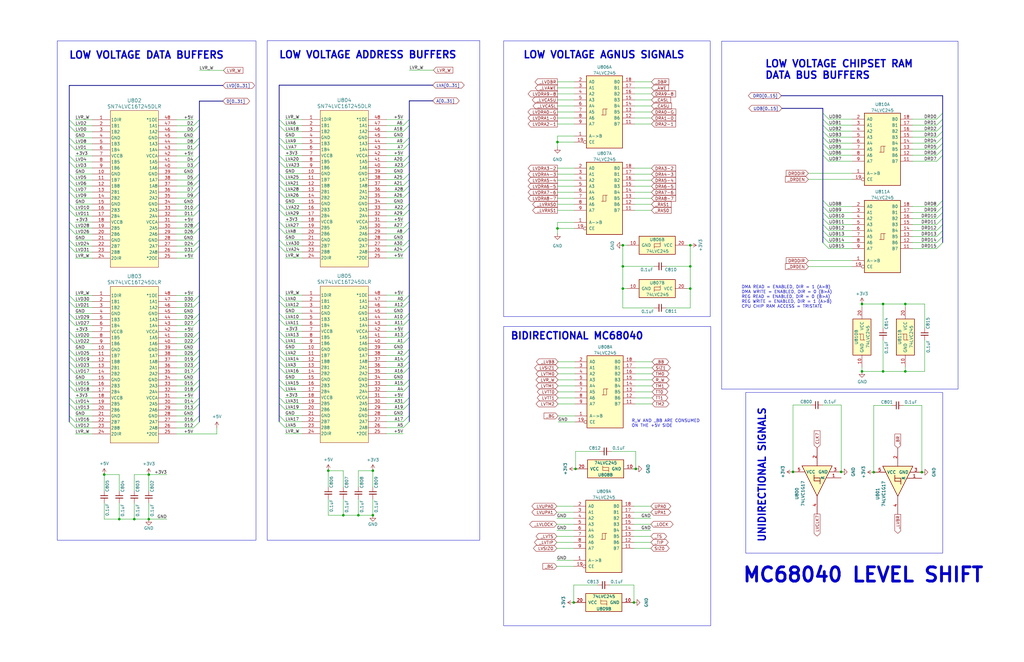
<source format=kicad_sch>
(kicad_sch (version 20230121) (generator eeschema)
  (paper "B")
  (title_block (title "AMIGA PCI") (date "2024-03-23") (rev "2.0"))
  (junction (at 262.636 112.395))
  (junction (at 56.642 219.075))
  (junction (at 268.097 197.866))
  (junction (at 363.474 128.27))
  (junction (at 372.364 128.27))
  (junction (at 354.711 199.136))
  (junction (at 235.077 96.393))
  (junction (at 334.391 199.136))
  (junction (at 50.292 219.075))
  (junction (at 291.084 121.793))
  (junction (at 291.084 103.505))
  (junction (at 381.762 128.27))
  (junction (at 235.077 59.944))
  (junction (at 62.738 200.279))
  (junction (at 388.747 199.263))
  (junction (at 381.762 156.718))
  (junction (at 262.636 103.505))
  (junction (at 138.43 198.628))
  (junction (at 43.942 200.279))
  (junction (at 368.427 199.263))
  (junction (at 291.084 112.395))
  (junction (at 262.636 121.793))
  (junction (at 151.13 217.424))
  (junction (at 242.697 197.866))
  (junction (at 157.226 217.424))
  (junction (at 144.78 217.424))
  (junction (at 267.335 254.254))
  (junction (at 157.226 198.628))
  (junction (at 363.474 156.718))
  (junction (at 62.738 219.075))
  (junction (at 372.364 156.718))
  (junction (at 241.935 254.254))
  (bus_entry (at 120.269 129.667) (size -2.54 -2.54))
  (bus_entry (at 31.75 180.594) (size -2.54 -2.54))
  (bus_entry (at 349.504 87.122) (size -2.54 -2.54))
  (bus_entry (at 120.269 137.287) (size -2.54 -2.54))
  (bus_entry (at 81.534 60.706) (size 2.54 -2.54))
  (bus_entry (at 120.269 98.679) (size -2.54 -2.54))
  (bus_entry (at 120.269 96.139) (size -2.54 -2.54))
  (bus_entry (at 394.97 102.362) (size 2.54 -2.54))
  (bus_entry (at 81.534 88.646) (size 2.54 -2.54))
  (bus_entry (at 31.75 55.626) (size -2.54 -2.54))
  (bus_entry (at 31.75 91.186) (size -2.54 -2.54))
  (bus_entry (at 120.269 75.819) (size -2.54 -2.54))
  (bus_entry (at 170.053 96.139) (size 2.54 -2.54))
  (bus_entry (at 394.97 65.532) (size 2.54 -2.54))
  (bus_entry (at 394.97 68.072) (size 2.54 -2.54))
  (bus_entry (at 31.75 178.054) (size -2.54 -2.54))
  (bus_entry (at 349.504 65.532) (size -2.54 -2.54))
  (bus_entry (at 31.75 96.266) (size -2.54 -2.54))
  (bus_entry (at 81.534 91.186) (size 2.54 -2.54))
  (bus_entry (at 170.053 55.499) (size 2.54 -2.54))
  (bus_entry (at 81.534 75.946) (size 2.54 -2.54))
  (bus_entry (at 81.534 165.354) (size 2.54 -2.54))
  (bus_entry (at 170.053 170.307) (size 2.54 -2.54))
  (bus_entry (at 31.75 150.114) (size -2.54 -2.54))
  (bus_entry (at 170.053 63.119) (size 2.54 -2.54))
  (bus_entry (at 81.534 83.566) (size 2.54 -2.54))
  (bus_entry (at 31.75 162.814) (size -2.54 -2.54))
  (bus_entry (at 31.75 98.806) (size -2.54 -2.54))
  (bus_entry (at 31.75 127.254) (size -2.54 -2.54))
  (bus_entry (at 170.053 88.519) (size 2.54 -2.54))
  (bus_entry (at 31.75 157.734) (size -2.54 -2.54))
  (bus_entry (at 81.534 103.886) (size 2.54 -2.54))
  (bus_entry (at 349.504 60.452) (size -2.54 -2.54))
  (bus_entry (at 120.269 63.119) (size -2.54 -2.54))
  (bus_entry (at 394.97 57.912) (size 2.54 -2.54))
  (bus_entry (at 170.053 106.299) (size 2.54 -2.54))
  (bus_entry (at 81.534 172.974) (size 2.54 -2.54))
  (bus_entry (at 81.534 170.434) (size 2.54 -2.54))
  (bus_entry (at 81.534 70.866) (size 2.54 -2.54))
  (bus_entry (at 120.269 157.607) (size -2.54 -2.54))
  (bus_entry (at 31.75 75.946) (size -2.54 -2.54))
  (bus_entry (at 81.534 53.086) (size 2.54 -2.54))
  (bus_entry (at 81.534 155.194) (size 2.54 -2.54))
  (bus_entry (at 81.534 127.254) (size 2.54 -2.54))
  (bus_entry (at 120.269 170.307) (size -2.54 -2.54))
  (bus_entry (at 349.504 52.832) (size -2.54 -2.54))
  (bus_entry (at 394.97 94.742) (size 2.54 -2.54))
  (bus_entry (at 120.269 152.527) (size -2.54 -2.54))
  (bus_entry (at 31.75 103.886) (size -2.54 -2.54))
  (bus_entry (at 170.053 127.127) (size 2.54 -2.54))
  (bus_entry (at 31.75 145.034) (size -2.54 -2.54))
  (bus_entry (at 170.053 75.819) (size 2.54 -2.54))
  (bus_entry (at 81.534 162.814) (size 2.54 -2.54))
  (bus_entry (at 31.75 134.874) (size -2.54 -2.54))
  (bus_entry (at 349.504 55.372) (size -2.54 -2.54))
  (bus_entry (at 170.053 165.227) (size 2.54 -2.54))
  (bus_entry (at 120.269 127.127) (size -2.54 -2.54))
  (bus_entry (at 81.534 96.266) (size 2.54 -2.54))
  (bus_entry (at 120.269 60.579) (size -2.54 -2.54))
  (bus_entry (at 120.269 142.367) (size -2.54 -2.54))
  (bus_entry (at 120.269 180.467) (size -2.54 -2.54))
  (bus_entry (at 81.534 180.594) (size 2.54 -2.54))
  (bus_entry (at 394.97 50.292) (size 2.54 -2.54))
  (bus_entry (at 394.97 104.902) (size 2.54 -2.54))
  (bus_entry (at 31.75 81.026) (size -2.54 -2.54))
  (bus_entry (at 120.269 134.747) (size -2.54 -2.54))
  (bus_entry (at 81.534 137.414) (size 2.54 -2.54))
  (bus_entry (at 31.75 106.426) (size -2.54 -2.54))
  (bus_entry (at 31.75 165.354) (size -2.54 -2.54))
  (bus_entry (at 170.053 157.607) (size 2.54 -2.54))
  (bus_entry (at 120.269 78.359) (size -2.54 -2.54))
  (bus_entry (at 394.97 55.372) (size 2.54 -2.54))
  (bus_entry (at 81.534 98.806) (size 2.54 -2.54))
  (bus_entry (at 170.053 137.287) (size 2.54 -2.54))
  (bus_entry (at 31.75 129.794) (size -2.54 -2.54))
  (bus_entry (at 120.269 165.227) (size -2.54 -2.54))
  (bus_entry (at 31.75 155.194) (size -2.54 -2.54))
  (bus_entry (at 170.053 152.527) (size 2.54 -2.54))
  (bus_entry (at 170.053 144.907) (size 2.54 -2.54))
  (bus_entry (at 394.97 62.992) (size 2.54 -2.54))
  (bus_entry (at 120.269 80.899) (size -2.54 -2.54))
  (bus_entry (at 120.269 83.439) (size -2.54 -2.54))
  (bus_entry (at 120.269 172.847) (size -2.54 -2.54))
  (bus_entry (at 120.269 68.199) (size -2.54 -2.54))
  (bus_entry (at 170.053 142.367) (size 2.54 -2.54))
  (bus_entry (at 170.053 52.959) (size 2.54 -2.54))
  (bus_entry (at 120.269 149.987) (size -2.54 -2.54))
  (bus_entry (at 120.269 52.959) (size -2.54 -2.54))
  (bus_entry (at 81.534 142.494) (size 2.54 -2.54))
  (bus_entry (at 349.504 92.202) (size -2.54 -2.54))
  (bus_entry (at 170.053 149.987) (size 2.54 -2.54))
  (bus_entry (at 120.269 155.067) (size -2.54 -2.54))
  (bus_entry (at 31.75 78.486) (size -2.54 -2.54))
  (bus_entry (at 394.97 52.832) (size 2.54 -2.54))
  (bus_entry (at 31.75 83.566) (size -2.54 -2.54))
  (bus_entry (at 394.97 89.662) (size 2.54 -2.54))
  (bus_entry (at 170.053 172.847) (size 2.54 -2.54))
  (bus_entry (at 349.504 97.282) (size -2.54 -2.54))
  (bus_entry (at 31.75 172.974) (size -2.54 -2.54))
  (bus_entry (at 31.75 63.246) (size -2.54 -2.54))
  (bus_entry (at 81.534 178.054) (size 2.54 -2.54))
  (bus_entry (at 170.053 180.467) (size 2.54 -2.54))
  (bus_entry (at 170.053 162.687) (size 2.54 -2.54))
  (bus_entry (at 349.504 57.912) (size -2.54 -2.54))
  (bus_entry (at 170.053 80.899) (size 2.54 -2.54))
  (bus_entry (at 120.269 70.739) (size -2.54 -2.54))
  (bus_entry (at 170.053 68.199) (size 2.54 -2.54))
  (bus_entry (at 170.053 70.739) (size 2.54 -2.54))
  (bus_entry (at 349.504 94.742) (size -2.54 -2.54))
  (bus_entry (at 81.534 129.794) (size 2.54 -2.54))
  (bus_entry (at 81.534 157.734) (size 2.54 -2.54))
  (bus_entry (at 31.75 142.494) (size -2.54 -2.54))
  (bus_entry (at 394.97 92.202) (size 2.54 -2.54))
  (bus_entry (at 81.534 55.626) (size 2.54 -2.54))
  (bus_entry (at 31.75 53.086) (size -2.54 -2.54))
  (bus_entry (at 81.534 81.026) (size 2.54 -2.54))
  (bus_entry (at 170.053 129.667) (size 2.54 -2.54))
  (bus_entry (at 120.269 91.059) (size -2.54 -2.54))
  (bus_entry (at 31.75 170.434) (size -2.54 -2.54))
  (bus_entry (at 349.504 99.822) (size -2.54 -2.54))
  (bus_entry (at 394.97 99.822) (size 2.54 -2.54))
  (bus_entry (at 394.97 60.452) (size 2.54 -2.54))
  (bus_entry (at 120.269 162.687) (size -2.54 -2.54))
  (bus_entry (at 170.053 98.679) (size 2.54 -2.54))
  (bus_entry (at 349.504 89.662) (size -2.54 -2.54))
  (bus_entry (at 31.75 60.706) (size -2.54 -2.54))
  (bus_entry (at 170.053 60.579) (size 2.54 -2.54))
  (bus_entry (at 81.534 63.246) (size 2.54 -2.54))
  (bus_entry (at 170.053 134.747) (size 2.54 -2.54))
  (bus_entry (at 120.269 177.927) (size -2.54 -2.54))
  (bus_entry (at 170.053 91.059) (size 2.54 -2.54))
  (bus_entry (at 349.504 68.072) (size -2.54 -2.54))
  (bus_entry (at 170.053 78.359) (size 2.54 -2.54))
  (bus_entry (at 81.534 106.426) (size 2.54 -2.54))
  (bus_entry (at 120.269 144.907) (size -2.54 -2.54))
  (bus_entry (at 349.504 50.292) (size -2.54 -2.54))
  (bus_entry (at 120.269 103.759) (size -2.54 -2.54))
  (bus_entry (at 349.504 62.992) (size -2.54 -2.54))
  (bus_entry (at 349.504 102.362) (size -2.54 -2.54))
  (bus_entry (at 31.75 88.646) (size -2.54 -2.54))
  (bus_entry (at 31.75 70.866) (size -2.54 -2.54))
  (bus_entry (at 120.269 88.519) (size -2.54 -2.54))
  (bus_entry (at 120.269 55.499) (size -2.54 -2.54))
  (bus_entry (at 31.75 152.654) (size -2.54 -2.54))
  (bus_entry (at 31.75 137.414) (size -2.54 -2.54))
  (bus_entry (at 81.534 145.034) (size 2.54 -2.54))
  (bus_entry (at 81.534 68.326) (size 2.54 -2.54))
  (bus_entry (at 394.97 97.282) (size 2.54 -2.54))
  (bus_entry (at 349.504 104.902) (size -2.54 -2.54))
  (bus_entry (at 81.534 78.486) (size 2.54 -2.54))
  (bus_entry (at 81.534 152.654) (size 2.54 -2.54))
  (bus_entry (at 170.053 177.927) (size 2.54 -2.54))
  (bus_entry (at 81.534 134.874) (size 2.54 -2.54))
  (bus_entry (at 170.053 155.067) (size 2.54 -2.54))
  (bus_entry (at 394.97 87.122) (size 2.54 -2.54))
  (bus_entry (at 31.75 68.326) (size -2.54 -2.54))
  (bus_entry (at 120.269 106.299) (size -2.54 -2.54))
  (bus_entry (at 170.053 103.759) (size 2.54 -2.54))
  (bus_entry (at 81.534 150.114) (size 2.54 -2.54))
  (bus_entry (at 170.053 83.439) (size 2.54 -2.54))
  (wire (pts (xy 170.053 144.907) (xy 162.941 144.907)))
  (wire (pts (xy 127.381 167.767) (xy 120.269 167.767)))
  (wire (pts (xy 274.701 34.544) (xy 267.589 34.544)))
  (wire (pts (xy 38.862 147.574) (xy 31.75 147.574)))
  (wire (pts (xy 354.711 199.136) (xy 354.711 170.942)))
  (wire (pts (xy 274.447 216.154) (xy 267.335 216.154)))
  (wire (pts (xy 144.78 198.628) (xy 144.78 205.486)))
  (wire (pts (xy 359.41 89.662) (xy 349.504 89.662)))
  (bus (pts (xy 84.074 68.326) (xy 84.074 65.786)))
  (wire (pts (xy 359.41 52.832) (xy 349.504 52.832)))
  (bus (pts (xy 84.074 155.194) (xy 84.074 152.654)))
  (wire (pts (xy 127.381 83.439) (xy 120.269 83.439)))
  (wire (pts (xy 291.084 121.793) (xy 289.814 121.793)))
  (wire (pts (xy 38.862 91.186) (xy 31.75 91.186)))
  (bus (pts (xy 397.51 62.992) (xy 397.51 65.532)))
  (bus (pts (xy 346.964 94.742) (xy 346.964 92.202)))
  (wire (pts (xy 242.189 70.993) (xy 235.077 70.993)))
  (wire (pts (xy 81.534 178.054) (xy 74.422 178.054)))
  (wire (pts (xy 363.474 156.718) (xy 372.364 156.718)))
  (wire (pts (xy 127.381 137.287) (xy 120.269 137.287)))
  (bus (pts (xy 84.074 178.054) (xy 84.074 175.514)))
  (wire (pts (xy 127.381 127.127) (xy 120.269 127.127)))
  (wire (pts (xy 359.41 75.692) (xy 340.868 75.692)))
  (wire (pts (xy 162.941 85.979) (xy 170.053 85.979)))
  (wire (pts (xy 127.381 124.587) (xy 120.269 124.587)))
  (bus (pts (xy 117.729 134.747) (xy 117.729 139.827)))
  (wire (pts (xy 170.053 137.287) (xy 162.941 137.287)))
  (bus (pts (xy 346.964 92.202) (xy 346.964 89.662)))
  (wire (pts (xy 151.13 210.566) (xy 151.13 217.424)))
  (wire (pts (xy 234.823 223.774) (xy 241.935 223.774)))
  (wire (pts (xy 127.381 144.907) (xy 120.269 144.907)))
  (wire (pts (xy 94.234 29.718) (xy 84.074 29.718)))
  (bus (pts (xy 172.593 78.359) (xy 172.593 75.819)))
  (bus (pts (xy 84.074 81.026) (xy 84.074 78.486)))
  (wire (pts (xy 170.053 60.579) (xy 162.941 60.579)))
  (wire (pts (xy 170.053 63.119) (xy 162.941 63.119)))
  (bus (pts (xy 346.964 102.362) (xy 346.964 99.822)))
  (wire (pts (xy 127.381 101.219) (xy 120.269 101.219)))
  (bus (pts (xy 172.593 134.747) (xy 172.593 132.207)))
  (wire (pts (xy 138.43 205.486) (xy 138.43 198.628)))
  (bus (pts (xy 29.21 142.494) (xy 29.21 139.954)))
  (bus (pts (xy 84.074 162.814) (xy 84.074 160.274)))
  (wire (pts (xy 81.534 68.326) (xy 74.422 68.326)))
  (wire (pts (xy 162.941 65.659) (xy 170.053 65.659)))
  (wire (pts (xy 127.381 60.579) (xy 120.269 60.579)))
  (bus (pts (xy 29.21 53.086) (xy 29.21 50.546)))
  (wire (pts (xy 38.862 98.806) (xy 31.75 98.806)))
  (wire (pts (xy 138.43 217.424) (xy 138.43 210.566)))
  (bus (pts (xy 29.21 170.434) (xy 29.21 167.894)))
  (wire (pts (xy 127.381 103.759) (xy 120.269 103.759)))
  (wire (pts (xy 56.642 200.279) (xy 62.738 200.279)))
  (wire (pts (xy 81.534 91.186) (xy 74.422 91.186)))
  (wire (pts (xy 170.053 98.679) (xy 162.941 98.679)))
  (wire (pts (xy 384.81 104.902) (xy 394.97 104.902)))
  (wire (pts (xy 170.053 52.959) (xy 162.941 52.959)))
  (wire (pts (xy 74.422 65.786) (xy 81.534 65.786)))
  (bus (pts (xy 346.964 55.372) (xy 346.964 52.832)))
  (bus (pts (xy 29.21 178.054) (xy 29.21 175.514)))
  (wire (pts (xy 274.701 81.153) (xy 267.589 81.153)))
  (wire (pts (xy 274.955 162.814) (xy 267.843 162.814)))
  (wire (pts (xy 127.381 142.367) (xy 120.269 142.367)))
  (bus (pts (xy 117.729 162.687) (xy 117.729 160.147)))
  (bus (pts (xy 117.729 80.899) (xy 117.729 85.979)))
  (wire (pts (xy 162.941 132.207) (xy 170.053 132.207)))
  (bus (pts (xy 117.729 73.279) (xy 117.729 68.199)))
  (bus (pts (xy 29.21 88.646) (xy 29.21 86.106)))
  (wire (pts (xy 157.226 217.424) (xy 151.13 217.424)))
  (bus (pts (xy 117.729 103.759) (xy 117.729 101.219)))
  (wire (pts (xy 359.41 62.992) (xy 349.504 62.992)))
  (bus (pts (xy 84.074 42.672) (xy 93.98 42.672)))
  (wire (pts (xy 38.862 145.034) (xy 31.75 145.034)))
  (bus (pts (xy 84.074 147.574) (xy 84.074 142.494)))
  (wire (pts (xy 170.053 83.439) (xy 162.941 83.439)))
  (wire (pts (xy 81.534 152.654) (xy 74.422 152.654)))
  (bus (pts (xy 84.074 60.706) (xy 84.074 58.166)))
  (wire (pts (xy 389.89 143.51) (xy 389.89 156.718)))
  (wire (pts (xy 38.862 134.874) (xy 31.75 134.874)))
  (wire (pts (xy 170.053 91.059) (xy 162.941 91.059)))
  (bus (pts (xy 346.964 89.662) (xy 346.964 87.122)))
  (wire (pts (xy 81.534 170.434) (xy 74.422 170.434)))
  (bus (pts (xy 117.729 88.519) (xy 117.729 93.599)))
  (wire (pts (xy 291.084 112.395) (xy 291.084 121.793)))
  (wire (pts (xy 359.41 55.372) (xy 349.504 55.372)))
  (wire (pts (xy 241.935 246.888) (xy 251.968 246.888)))
  (wire (pts (xy 127.381 165.227) (xy 120.269 165.227)))
  (bus (pts (xy 117.729 35.941) (xy 182.499 35.941)))
  (wire (pts (xy 74.422 58.166) (xy 81.534 58.166)))
  (wire (pts (xy 170.053 55.499) (xy 162.941 55.499)))
  (wire (pts (xy 384.81 87.122) (xy 394.97 87.122)))
  (wire (pts (xy 384.81 57.912) (xy 394.97 57.912)))
  (wire (pts (xy 127.381 75.819) (xy 120.269 75.819)))
  (wire (pts (xy 81.534 162.814) (xy 74.422 162.814)))
  (wire (pts (xy 242.189 88.773) (xy 235.077 88.773)))
  (wire (pts (xy 381.762 128.27) (xy 389.89 128.27)))
  (wire (pts (xy 354.711 170.942) (xy 346.964 170.942)))
  (bus (pts (xy 84.074 170.434) (xy 84.074 167.894)))
  (wire (pts (xy 127.381 96.139) (xy 120.269 96.139)))
  (wire (pts (xy 81.534 88.646) (xy 74.422 88.646)))
  (bus (pts (xy 117.729 60.579) (xy 117.729 65.659)))
  (wire (pts (xy 38.862 101.346) (xy 31.75 101.346)))
  (bus (pts (xy 117.729 60.579) (xy 117.729 58.039)))
  (wire (pts (xy 170.053 172.847) (xy 162.941 172.847)))
  (bus (pts (xy 29.21 88.646) (xy 29.21 93.726)))
  (wire (pts (xy 38.862 137.414) (xy 31.75 137.414)))
  (wire (pts (xy 81.534 96.266) (xy 74.422 96.266)))
  (bus (pts (xy 172.593 142.367) (xy 172.593 139.827)))
  (wire (pts (xy 275.844 129.921) (xy 262.636 129.921)))
  (bus (pts (xy 84.074 50.546) (xy 84.074 42.672)))
  (wire (pts (xy 359.41 60.452) (xy 349.504 60.452)))
  (wire (pts (xy 274.701 88.773) (xy 267.589 88.773)))
  (wire (pts (xy 38.862 175.514) (xy 31.75 175.514)))
  (wire (pts (xy 242.697 190.5) (xy 252.73 190.5)))
  (wire (pts (xy 38.862 78.486) (xy 31.75 78.486)))
  (wire (pts (xy 127.381 88.519) (xy 120.269 88.519)))
  (wire (pts (xy 38.862 81.026) (xy 31.75 81.026)))
  (wire (pts (xy 234.823 228.854) (xy 241.935 228.854)))
  (wire (pts (xy 81.534 134.874) (xy 74.422 134.874)))
  (wire (pts (xy 81.534 142.494) (xy 74.422 142.494)))
  (wire (pts (xy 267.589 83.693) (xy 274.701 83.693)))
  (bus (pts (xy 346.964 52.832) (xy 346.964 50.292)))
  (bus (pts (xy 346.964 50.292) (xy 346.964 47.752)))
  (wire (pts (xy 170.053 70.739) (xy 162.941 70.739)))
  (wire (pts (xy 274.701 42.164) (xy 267.589 42.164)))
  (bus (pts (xy 172.593 124.587) (xy 172.593 103.759)))
  (bus (pts (xy 29.21 60.706) (xy 29.21 65.786)))
  (bus (pts (xy 29.21 162.814) (xy 29.21 167.894)))
  (wire (pts (xy 81.534 172.974) (xy 74.422 172.974)))
  (wire (pts (xy 257.81 190.5) (xy 268.097 190.5)))
  (bus (pts (xy 172.593 52.959) (xy 172.593 50.419)))
  (bus (pts (xy 172.593 75.819) (xy 172.593 73.279)))
  (wire (pts (xy 127.381 55.499) (xy 120.269 55.499)))
  (wire (pts (xy 38.862 96.266) (xy 31.75 96.266)))
  (bus (pts (xy 397.51 55.372) (xy 397.51 57.912)))
  (wire (pts (xy 274.701 44.704) (xy 267.589 44.704)))
  (bus (pts (xy 29.21 127.254) (xy 29.21 124.714)))
  (wire (pts (xy 151.13 198.628) (xy 157.226 198.628)))
  (wire (pts (xy 262.636 103.505) (xy 262.636 112.395)))
  (wire (pts (xy 170.053 106.299) (xy 162.941 106.299)))
  (wire (pts (xy 268.097 197.866) (xy 268.097 190.5)))
  (bus (pts (xy 172.593 42.545) (xy 182.499 42.545)))
  (wire (pts (xy 267.589 39.624) (xy 274.701 39.624)))
  (bus (pts (xy 172.593 58.039) (xy 172.593 52.959)))
  (wire (pts (xy 262.636 112.395) (xy 262.636 121.793)))
  (bus (pts (xy 29.21 96.266) (xy 29.21 93.726)))
  (wire (pts (xy 372.364 128.27) (xy 381.762 128.27)))
  (bus (pts (xy 346.964 47.752) (xy 346.964 45.72)))
  (wire (pts (xy 81.534 60.706) (xy 74.422 60.706)))
  (bus (pts (xy 172.593 149.987) (xy 172.593 147.447)))
  (wire (pts (xy 74.422 50.546) (xy 81.534 50.546)))
  (bus (pts (xy 117.729 50.419) (xy 117.729 35.941)))
  (wire (pts (xy 81.534 145.034) (xy 74.422 145.034)))
  (wire (pts (xy 127.381 183.007) (xy 120.269 183.007)))
  (wire (pts (xy 56.642 212.217) (xy 56.642 219.075)))
  (wire (pts (xy 381.762 128.27) (xy 381.762 129.54)))
  (wire (pts (xy 359.41 50.292) (xy 349.504 50.292)))
  (wire (pts (xy 38.862 93.726) (xy 31.75 93.726)))
  (bus (pts (xy 172.593 127.127) (xy 172.593 124.587)))
  (wire (pts (xy 38.862 157.734) (xy 31.75 157.734)))
  (bus (pts (xy 84.074 73.406) (xy 84.074 68.326)))
  (wire (pts (xy 242.189 59.944) (xy 235.077 59.944)))
  (bus (pts (xy 84.074 65.786) (xy 84.074 60.706)))
  (bus (pts (xy 329.438 40.386) (xy 397.51 40.386)))
  (wire (pts (xy 157.226 205.486) (xy 157.226 198.628)))
  (bus (pts (xy 29.21 81.026) (xy 29.21 78.486)))
  (wire (pts (xy 127.381 155.067) (xy 120.269 155.067)))
  (wire (pts (xy 74.422 167.894) (xy 81.534 167.894)))
  (wire (pts (xy 127.381 63.119) (xy 120.269 63.119)))
  (wire (pts (xy 81.534 98.806) (xy 74.422 98.806)))
  (bus (pts (xy 172.593 132.207) (xy 172.593 127.127)))
  (wire (pts (xy 242.189 93.853) (xy 235.077 93.853)))
  (wire (pts (xy 74.422 147.574) (xy 81.534 147.574)))
  (bus (pts (xy 117.729 88.519) (xy 117.729 85.979)))
  (wire (pts (xy 127.381 175.387) (xy 120.269 175.387)))
  (wire (pts (xy 74.422 124.714) (xy 81.534 124.714)))
  (bus (pts (xy 397.51 87.122) (xy 397.51 89.662)))
  (wire (pts (xy 170.053 127.127) (xy 162.941 127.127)))
  (wire (pts (xy 235.077 83.693) (xy 242.189 83.693)))
  (wire (pts (xy 384.81 65.532) (xy 394.97 65.532)))
  (bus (pts (xy 346.964 62.992) (xy 346.964 60.452)))
  (wire (pts (xy 170.053 80.899) (xy 162.941 80.899)))
  (bus (pts (xy 397.51 52.832) (xy 397.51 55.372)))
  (wire (pts (xy 38.862 124.714) (xy 31.75 124.714)))
  (wire (pts (xy 62.738 200.279) (xy 70.358 200.279)))
  (wire (pts (xy 38.862 68.326) (xy 31.75 68.326)))
  (bus (pts (xy 29.21 81.026) (xy 29.21 86.106)))
  (wire (pts (xy 50.292 212.217) (xy 50.292 219.075)))
  (wire (pts (xy 235.077 59.944) (xy 235.077 62.103)))
  (wire (pts (xy 235.077 96.393) (xy 235.077 98.552)))
  (wire (pts (xy 234.823 216.154) (xy 241.935 216.154)))
  (wire (pts (xy 235.331 165.354) (xy 242.443 165.354)))
  (bus (pts (xy 172.593 96.139) (xy 172.593 93.599)))
  (bus (pts (xy 29.21 103.886) (xy 29.21 101.346)))
  (wire (pts (xy 359.41 94.742) (xy 349.504 94.742)))
  (wire (pts (xy 127.381 93.599) (xy 120.269 93.599)))
  (wire (pts (xy 274.701 73.533) (xy 267.589 73.533)))
  (bus (pts (xy 117.729 162.687) (xy 117.729 167.767)))
  (bus (pts (xy 172.593 101.219) (xy 172.593 96.139)))
  (bus (pts (xy 172.593 103.759) (xy 172.593 101.219)))
  (bus (pts (xy 172.593 167.767) (xy 172.593 162.687)))
  (wire (pts (xy 127.381 180.467) (xy 120.269 180.467)))
  (bus (pts (xy 172.593 139.827) (xy 172.593 134.747)))
  (wire (pts (xy 38.862 167.894) (xy 31.75 167.894)))
  (wire (pts (xy 274.701 70.993) (xy 267.589 70.993)))
  (wire (pts (xy 242.189 34.544) (xy 235.077 34.544)))
  (wire (pts (xy 384.81 55.372) (xy 394.97 55.372)))
  (wire (pts (xy 127.381 149.987) (xy 120.269 149.987)))
  (wire (pts (xy 127.381 85.979) (xy 120.269 85.979)))
  (wire (pts (xy 242.189 44.704) (xy 235.077 44.704)))
  (bus (pts (xy 84.074 86.106) (xy 84.074 81.026)))
  (bus (pts (xy 84.074 127.254) (xy 84.074 124.714)))
  (wire (pts (xy 38.862 150.114) (xy 31.75 150.114)))
  (bus (pts (xy 29.21 68.326) (xy 29.21 65.786)))
  (wire (pts (xy 384.81 97.282) (xy 394.97 97.282)))
  (bus (pts (xy 117.729 134.747) (xy 117.729 132.207)))
  (wire (pts (xy 359.41 87.122) (xy 349.504 87.122)))
  (wire (pts (xy 162.941 139.827) (xy 170.053 139.827)))
  (wire (pts (xy 242.443 155.194) (xy 235.331 155.194)))
  (bus (pts (xy 117.729 155.067) (xy 117.729 152.527)))
  (wire (pts (xy 162.941 167.767) (xy 170.053 167.767)))
  (wire (pts (xy 170.053 157.607) (xy 162.941 157.607)))
  (wire (pts (xy 182.753 29.591) (xy 172.593 29.591)))
  (wire (pts (xy 127.381 129.667) (xy 120.269 129.667)))
  (bus (pts (xy 172.593 68.199) (xy 172.593 65.659)))
  (wire (pts (xy 144.78 217.424) (xy 138.43 217.424)))
  (bus (pts (xy 84.074 58.166) (xy 84.074 53.086)))
  (wire (pts (xy 81.534 63.246) (xy 74.422 63.246)))
  (bus (pts (xy 84.074 142.494) (xy 84.074 139.954)))
  (wire (pts (xy 81.534 103.886) (xy 74.422 103.886)))
  (bus (pts (xy 117.729 124.587) (xy 117.729 103.759)))
  (wire (pts (xy 38.862 83.566) (xy 31.75 83.566)))
  (bus (pts (xy 84.074 75.946) (xy 84.074 73.406)))
  (wire (pts (xy 38.862 152.654) (xy 31.75 152.654)))
  (bus (pts (xy 29.21 155.194) (xy 29.21 160.274)))
  (bus (pts (xy 84.074 175.514) (xy 84.074 170.434)))
  (wire (pts (xy 359.41 102.362) (xy 349.504 102.362)))
  (wire (pts (xy 274.447 213.614) (xy 267.335 213.614)))
  (wire (pts (xy 170.053 75.819) (xy 162.941 75.819)))
  (wire (pts (xy 170.053 103.759) (xy 162.941 103.759)))
  (wire (pts (xy 62.738 207.137) (xy 62.738 200.279)))
  (bus (pts (xy 172.593 170.307) (xy 172.593 167.767)))
  (bus (pts (xy 397.51 92.202) (xy 397.51 94.742)))
  (wire (pts (xy 291.084 112.395) (xy 280.924 112.395)))
  (wire (pts (xy 267.589 47.244) (xy 274.701 47.244)))
  (wire (pts (xy 127.381 160.147) (xy 120.269 160.147)))
  (wire (pts (xy 38.862 55.626) (xy 31.75 55.626)))
  (wire (pts (xy 81.534 53.086) (xy 74.422 53.086)))
  (wire (pts (xy 242.443 162.814) (xy 235.331 162.814)))
  (wire (pts (xy 241.935 236.474) (xy 234.823 236.474)))
  (wire (pts (xy 363.474 128.27) (xy 372.364 128.27)))
  (wire (pts (xy 157.226 217.424) (xy 157.226 210.566)))
  (wire (pts (xy 38.862 86.106) (xy 31.75 86.106)))
  (bus (pts (xy 29.21 147.574) (xy 29.21 142.494)))
  (bus (pts (xy 397.51 60.452) (xy 397.51 62.992)))
  (wire (pts (xy 388.747 171.069) (xy 381 171.069)))
  (wire (pts (xy 267.335 254.254) (xy 267.335 246.888)))
  (wire (pts (xy 38.862 165.354) (xy 31.75 165.354)))
  (wire (pts (xy 359.41 65.532) (xy 349.504 65.532)))
  (wire (pts (xy 274.447 223.774) (xy 267.335 223.774)))
  (wire (pts (xy 81.534 127.254) (xy 74.422 127.254)))
  (wire (pts (xy 234.823 221.234) (xy 241.935 221.234)))
  (wire (pts (xy 38.862 160.274) (xy 31.75 160.274)))
  (bus (pts (xy 172.593 93.599) (xy 172.593 88.519)))
  (wire (pts (xy 384.81 52.832) (xy 394.97 52.832)))
  (wire (pts (xy 363.474 156.718) (xy 363.474 154.94)))
  (wire (pts (xy 127.381 152.527) (xy 120.269 152.527)))
  (wire (pts (xy 127.381 177.927) (xy 120.269 177.927)))
  (wire (pts (xy 38.862 103.886) (xy 31.75 103.886)))
  (wire (pts (xy 384.81 62.992) (xy 394.97 62.992)))
  (wire (pts (xy 162.941 147.447) (xy 170.053 147.447)))
  (bus (pts (xy 117.729 96.139) (xy 117.729 93.599)))
  (bus (pts (xy 84.074 96.266) (xy 84.074 93.726)))
  (wire (pts (xy 264.414 121.793) (xy 262.636 121.793)))
  (wire (pts (xy 162.941 108.839) (xy 170.053 108.839)))
  (wire (pts (xy 384.81 92.202) (xy 394.97 92.202)))
  (bus (pts (xy 29.21 36.068) (xy 93.98 36.068)))
  (wire (pts (xy 170.053 88.519) (xy 162.941 88.519)))
  (wire (pts (xy 81.534 75.946) (xy 74.422 75.946)))
  (wire (pts (xy 235.077 39.624) (xy 242.189 39.624)))
  (wire (pts (xy 162.941 175.387) (xy 170.053 175.387)))
  (bus (pts (xy 397.51 89.662) (xy 397.51 92.202)))
  (wire (pts (xy 170.053 129.667) (xy 162.941 129.667)))
  (wire (pts (xy 242.443 170.434) (xy 235.331 170.434)))
  (wire (pts (xy 291.084 103.505) (xy 289.814 103.505)))
  (wire (pts (xy 38.862 106.426) (xy 31.75 106.426)))
  (wire (pts (xy 242.189 42.164) (xy 235.077 42.164)))
  (wire (pts (xy 242.443 178.054) (xy 235.331 178.054)))
  (bus (pts (xy 29.21 150.114) (xy 29.21 147.574)))
  (wire (pts (xy 359.41 99.822) (xy 349.504 99.822)))
  (wire (pts (xy 56.642 219.075) (xy 50.292 219.075)))
  (wire (pts (xy 242.443 167.894) (xy 235.331 167.894)))
  (wire (pts (xy 375.92 171.069) (xy 368.427 171.069)))
  (bus (pts (xy 397.51 94.742) (xy 397.51 97.282)))
  (bus (pts (xy 346.964 97.282) (xy 346.964 94.742)))
  (wire (pts (xy 74.422 101.346) (xy 81.534 101.346)))
  (wire (pts (xy 242.189 81.153) (xy 235.077 81.153)))
  (wire (pts (xy 38.862 70.866) (xy 31.75 70.866)))
  (wire (pts (xy 127.381 50.419) (xy 120.269 50.419)))
  (wire (pts (xy 359.41 92.202) (xy 349.504 92.202)))
  (wire (pts (xy 144.78 210.566) (xy 144.78 217.424)))
  (wire (pts (xy 235.077 47.244) (xy 242.189 47.244)))
  (bus (pts (xy 397.51 65.532) (xy 397.51 84.582)))
  (wire (pts (xy 381.762 156.718) (xy 389.89 156.718)))
  (wire (pts (xy 170.053 162.687) (xy 162.941 162.687)))
  (wire (pts (xy 151.13 217.424) (xy 144.78 217.424)))
  (wire (pts (xy 170.053 134.747) (xy 162.941 134.747)))
  (wire (pts (xy 384.81 68.072) (xy 394.97 68.072)))
  (bus (pts (xy 117.729 68.199) (xy 117.729 65.659)))
  (bus (pts (xy 172.593 88.519) (xy 172.593 85.979)))
  (bus (pts (xy 117.729 127.127) (xy 117.729 124.587)))
  (wire (pts (xy 162.941 124.587) (xy 170.053 124.587)))
  (wire (pts (xy 274.701 37.084) (xy 267.589 37.084)))
  (wire (pts (xy 127.381 98.679) (xy 120.269 98.679)))
  (bus (pts (xy 117.729 149.987) (xy 117.729 147.447)))
  (wire (pts (xy 151.13 198.628) (xy 151.13 205.486)))
  (wire (pts (xy 267.589 76.073) (xy 274.701 76.073)))
  (wire (pts (xy 127.381 68.199) (xy 120.269 68.199)))
  (wire (pts (xy 341.884 170.942) (xy 334.391 170.942)))
  (bus (pts (xy 172.593 147.447) (xy 172.593 142.367)))
  (wire (pts (xy 127.381 134.747) (xy 120.269 134.747)))
  (bus (pts (xy 84.074 53.086) (xy 84.074 50.546)))
  (bus (pts (xy 84.074 101.346) (xy 84.074 96.266)))
  (wire (pts (xy 127.381 132.207) (xy 120.269 132.207)))
  (wire (pts (xy 74.422 73.406) (xy 81.534 73.406)))
  (wire (pts (xy 74.422 93.726) (xy 81.534 93.726)))
  (wire (pts (xy 43.942 200.279) (xy 50.292 200.279)))
  (wire (pts (xy 359.41 73.152) (xy 340.868 73.152)))
  (wire (pts (xy 74.422 160.274) (xy 81.534 160.274)))
  (bus (pts (xy 172.593 73.279) (xy 172.593 68.199)))
  (wire (pts (xy 74.422 183.134) (xy 91.44 183.134)))
  (wire (pts (xy 162.941 160.147) (xy 170.053 160.147)))
  (wire (pts (xy 38.862 88.646) (xy 31.75 88.646)))
  (wire (pts (xy 38.862 58.166) (xy 31.75 58.166)))
  (bus (pts (xy 29.21 78.486) (xy 29.21 75.946)))
  (wire (pts (xy 242.189 73.533) (xy 235.077 73.533)))
  (wire (pts (xy 274.955 155.194) (xy 267.843 155.194)))
  (wire (pts (xy 242.189 49.784) (xy 235.077 49.784)))
  (wire (pts (xy 62.738 219.075) (xy 62.738 212.217)))
  (wire (pts (xy 38.862 139.954) (xy 31.75 139.954)))
  (wire (pts (xy 74.422 108.966) (xy 81.534 108.966)))
  (bus (pts (xy 84.074 78.486) (xy 84.074 75.946)))
  (wire (pts (xy 81.534 55.626) (xy 74.422 55.626)))
  (wire (pts (xy 267.335 218.694) (xy 274.447 218.694)))
  (wire (pts (xy 372.364 156.718) (xy 381.762 156.718)))
  (wire (pts (xy 274.955 160.274) (xy 267.843 160.274)))
  (bus (pts (xy 397.51 97.282) (xy 397.51 99.822)))
  (wire (pts (xy 241.935 226.314) (xy 234.823 226.314)))
  (wire (pts (xy 170.053 78.359) (xy 162.941 78.359)))
  (wire (pts (xy 384.81 50.292) (xy 394.97 50.292)))
  (wire (pts (xy 274.955 170.434) (xy 267.843 170.434)))
  (wire (pts (xy 274.447 231.394) (xy 267.335 231.394)))
  (wire (pts (xy 242.189 37.084) (xy 235.077 37.084)))
  (bus (pts (xy 29.21 75.946) (xy 29.21 73.406)))
  (wire (pts (xy 127.381 91.059) (xy 120.269 91.059)))
  (wire (pts (xy 170.053 68.199) (xy 162.941 68.199)))
  (bus (pts (xy 117.729 177.927) (xy 117.729 175.387)))
  (bus (pts (xy 346.964 84.582) (xy 346.964 65.532)))
  (wire (pts (xy 257.048 246.888) (xy 267.335 246.888)))
  (wire (pts (xy 291.084 121.793) (xy 291.084 129.921)))
  (wire (pts (xy 81.534 165.354) (xy 74.422 165.354)))
  (wire (pts (xy 127.381 162.687) (xy 120.269 162.687)))
  (bus (pts (xy 117.729 52.959) (xy 117.729 58.039)))
  (wire (pts (xy 38.862 170.434) (xy 31.75 170.434)))
  (bus (pts (xy 172.593 50.419) (xy 172.593 42.545)))
  (wire (pts (xy 81.534 155.194) (xy 74.422 155.194)))
  (wire (pts (xy 262.636 121.793) (xy 262.636 129.921)))
  (bus (pts (xy 329.692 45.72) (xy 346.964 45.72)))
  (wire (pts (xy 50.292 219.075) (xy 43.942 219.075)))
  (wire (pts (xy 38.862 63.246) (xy 31.75 63.246)))
  (bus (pts (xy 117.729 127.127) (xy 117.729 132.207)))
  (bus (pts (xy 172.593 160.147) (xy 172.593 155.067)))
  (wire (pts (xy 127.381 65.659) (xy 120.269 65.659)))
  (wire (pts (xy 242.443 152.654) (xy 235.331 152.654)))
  (bus (pts (xy 172.593 85.979) (xy 172.593 80.899)))
  (bus (pts (xy 29.21 170.434) (xy 29.21 175.514)))
  (bus (pts (xy 29.21 162.814) (xy 29.21 160.274)))
  (bus (pts (xy 29.21 155.194) (xy 29.21 152.654)))
  (wire (pts (xy 38.862 178.054) (xy 31.75 178.054)))
  (wire (pts (xy 81.534 157.734) (xy 74.422 157.734)))
  (wire (pts (xy 372.364 143.51) (xy 372.364 156.718)))
  (wire (pts (xy 384.81 89.662) (xy 394.97 89.662)))
  (wire (pts (xy 359.41 57.912) (xy 349.504 57.912)))
  (wire (pts (xy 38.862 172.974) (xy 31.75 172.974)))
  (bus (pts (xy 397.51 57.912) (xy 397.51 60.452)))
  (wire (pts (xy 38.862 162.814) (xy 31.75 162.814)))
  (bus (pts (xy 29.21 152.654) (xy 29.21 150.114)))
  (wire (pts (xy 38.862 155.194) (xy 31.75 155.194)))
  (wire (pts (xy 127.381 147.447) (xy 120.269 147.447)))
  (wire (pts (xy 127.381 172.847) (xy 120.269 172.847)))
  (wire (pts (xy 363.474 128.27) (xy 363.474 129.54)))
  (wire (pts (xy 127.381 70.739) (xy 120.269 70.739)))
  (wire (pts (xy 280.924 129.921) (xy 291.084 129.921)))
  (wire (pts (xy 334.391 170.942) (xy 334.391 199.136)))
  (wire (pts (xy 170.053 177.927) (xy 162.941 177.927)))
  (wire (pts (xy 384.81 94.742) (xy 394.97 94.742)))
  (bus (pts (xy 29.21 134.874) (xy 29.21 139.954)))
  (wire (pts (xy 235.077 57.404) (xy 235.077 59.944)))
  (wire (pts (xy 242.189 57.404) (xy 235.077 57.404)))
  (wire (pts (xy 81.534 129.794) (xy 74.422 129.794)))
  (wire (pts (xy 242.189 52.324) (xy 235.077 52.324)))
  (wire (pts (xy 170.053 155.067) (xy 162.941 155.067)))
  (bus (pts (xy 84.074 93.726) (xy 84.074 88.646)))
  (wire (pts (xy 162.941 73.279) (xy 170.053 73.279)))
  (wire (pts (xy 127.381 157.607) (xy 120.269 157.607)))
  (wire (pts (xy 384.81 60.452) (xy 394.97 60.452)))
  (wire (pts (xy 242.443 175.514) (xy 235.331 175.514)))
  (bus (pts (xy 117.729 80.899) (xy 117.729 78.359)))
  (bus (pts (xy 29.21 96.266) (xy 29.21 101.346)))
  (wire (pts (xy 274.447 228.854) (xy 267.335 228.854)))
  (bus (pts (xy 117.729 78.359) (xy 117.729 75.819)))
  (bus (pts (xy 172.593 80.899) (xy 172.593 78.359)))
  (bus (pts (xy 84.074 134.874) (xy 84.074 132.334)))
  (wire (pts (xy 38.862 127.254) (xy 31.75 127.254)))
  (bus (pts (xy 84.074 103.886) (xy 84.074 101.346)))
  (wire (pts (xy 274.701 52.324) (xy 267.589 52.324)))
  (wire (pts (xy 38.862 142.494) (xy 31.75 142.494)))
  (bus (pts (xy 84.074 150.114) (xy 84.074 147.574)))
  (wire (pts (xy 162.941 93.599) (xy 170.053 93.599)))
  (wire (pts (xy 81.534 106.426) (xy 74.422 106.426)))
  (bus (pts (xy 29.21 53.086) (xy 29.21 58.166)))
  (wire (pts (xy 81.534 150.114) (xy 74.422 150.114)))
  (wire (pts (xy 242.189 86.233) (xy 235.077 86.233)))
  (bus (pts (xy 29.21 73.406) (xy 29.21 68.326)))
  (wire (pts (xy 359.41 97.282) (xy 349.504 97.282)))
  (wire (pts (xy 74.422 132.334) (xy 81.534 132.334)))
  (wire (pts (xy 267.843 157.734) (xy 274.955 157.734)))
  (wire (pts (xy 38.862 53.086) (xy 31.75 53.086)))
  (wire (pts (xy 170.053 152.527) (xy 162.941 152.527)))
  (wire (pts (xy 127.381 139.827) (xy 120.269 139.827)))
  (wire (pts (xy 170.053 165.227) (xy 162.941 165.227)))
  (bus (pts (xy 117.729 170.307) (xy 117.729 175.387)))
  (wire (pts (xy 242.697 197.866) (xy 242.697 190.5)))
  (bus (pts (xy 84.074 167.894) (xy 84.074 162.814)))
  (wire (pts (xy 127.381 106.299) (xy 120.269 106.299)))
  (wire (pts (xy 170.053 180.467) (xy 162.941 180.467)))
  (wire (pts (xy 81.534 70.866) (xy 74.422 70.866)))
  (bus (pts (xy 397.51 47.752) (xy 397.51 50.292)))
  (bus (pts (xy 117.729 142.367) (xy 117.729 139.827)))
  (wire (pts (xy 38.862 73.406) (xy 31.75 73.406)))
  (bus (pts (xy 84.074 88.646) (xy 84.074 86.106)))
  (wire (pts (xy 81.534 78.486) (xy 74.422 78.486)))
  (wire (pts (xy 170.053 142.367) (xy 162.941 142.367)))
  (wire (pts (xy 81.534 81.026) (xy 74.422 81.026)))
  (wire (pts (xy 127.381 108.839) (xy 120.269 108.839)))
  (bus (pts (xy 172.593 175.387) (xy 172.593 170.307)))
  (bus (pts (xy 84.074 152.654) (xy 84.074 150.114)))
  (wire (pts (xy 38.862 132.334) (xy 31.75 132.334)))
  (wire (pts (xy 234.823 239.014) (xy 241.935 239.014)))
  (wire (pts (xy 359.41 109.982) (xy 340.868 109.982)))
  (wire (pts (xy 62.738 219.075) (xy 56.642 219.075)))
  (wire (pts (xy 91.44 180.594) (xy 91.44 183.134)))
  (wire (pts (xy 262.636 103.505) (xy 264.414 103.505)))
  (bus (pts (xy 117.729 96.139) (xy 117.729 101.219)))
  (wire (pts (xy 234.823 231.394) (xy 241.935 231.394)))
  (wire (pts (xy 381.762 154.94) (xy 381.762 156.718)))
  (bus (pts (xy 397.51 40.386) (xy 397.51 47.752)))
  (wire (pts (xy 170.053 183.007) (xy 162.941 183.007)))
  (bus (pts (xy 29.21 60.706) (xy 29.21 58.166)))
  (bus (pts (xy 346.964 60.452) (xy 346.964 57.912)))
  (bus (pts (xy 172.593 152.527) (xy 172.593 149.987)))
  (wire (pts (xy 43.942 207.137) (xy 43.942 200.279)))
  (bus (pts (xy 84.074 124.714) (xy 84.074 103.886)))
  (wire (pts (xy 127.381 73.279) (xy 120.269 73.279)))
  (wire (pts (xy 291.084 103.505) (xy 291.084 112.395)))
  (bus (pts (xy 172.593 177.927) (xy 172.593 175.387)))
  (wire (pts (xy 274.955 167.894) (xy 267.843 167.894)))
  (bus (pts (xy 172.593 162.687) (xy 172.593 160.147)))
  (bus (pts (xy 117.729 155.067) (xy 117.729 160.147)))
  (wire (pts (xy 81.534 83.566) (xy 74.422 83.566)))
  (wire (pts (xy 127.381 170.307) (xy 120.269 170.307)))
  (bus (pts (xy 29.21 50.546) (xy 29.21 36.068)))
  (bus (pts (xy 172.593 155.067) (xy 172.593 152.527)))
  (wire (pts (xy 274.955 152.654) (xy 267.843 152.654)))
  (wire (pts (xy 359.41 112.522) (xy 340.868 112.522)))
  (wire (pts (xy 74.422 86.106) (xy 81.534 86.106)))
  (wire (pts (xy 62.738 219.075) (xy 70.358 219.075)))
  (bus (pts (xy 397.51 84.582) (xy 397.51 87.122)))
  (wire (pts (xy 274.701 78.613) (xy 267.589 78.613)))
  (wire (pts (xy 162.941 101.219) (xy 170.053 101.219)))
  (wire (pts (xy 359.41 68.072) (xy 349.504 68.072)))
  (wire (pts (xy 38.862 65.786) (xy 31.75 65.786)))
  (bus (pts (xy 117.729 52.959) (xy 117.729 50.419)))
  (wire (pts (xy 170.053 96.139) (xy 162.941 96.139)))
  (wire (pts (xy 274.701 86.233) (xy 267.589 86.233)))
  (bus (pts (xy 172.593 65.659) (xy 172.593 60.579)))
  (wire (pts (xy 274.701 49.784) (xy 267.589 49.784)))
  (wire (pts (xy 38.862 183.134) (xy 31.75 183.134)))
  (wire (pts (xy 368.427 171.069) (xy 368.427 199.263)))
  (wire (pts (xy 38.862 108.966) (xy 31.75 108.966)))
  (wire (pts (xy 38.862 180.594) (xy 31.75 180.594)))
  (bus (pts (xy 84.074 160.274) (xy 84.074 155.194)))
  (wire (pts (xy 43.942 219.075) (xy 43.942 212.217)))
  (wire (pts (xy 274.447 221.234) (xy 267.335 221.234)))
  (wire (pts (xy 234.823 213.614) (xy 241.935 213.614)))
  (wire (pts (xy 170.053 170.307) (xy 162.941 170.307)))
  (wire (pts (xy 235.077 93.853) (xy 235.077 96.393)))
  (wire (pts (xy 127.381 52.959) (xy 120.269 52.959)))
  (wire (pts (xy 235.331 157.734) (xy 242.443 157.734)))
  (wire (pts (xy 162.941 58.039) (xy 170.053 58.039)))
  (bus (pts (xy 397.51 99.822) (xy 397.51 102.362)))
  (bus (pts (xy 29.21 127.254) (xy 29.21 132.334)))
  (wire (pts (xy 235.077 76.073) (xy 242.189 76.073)))
  (bus (pts (xy 117.729 170.307) (xy 117.729 167.767)))
  (bus (pts (xy 397.51 50.292) (xy 397.51 52.832)))
  (bus (pts (xy 172.593 60.579) (xy 172.593 58.039)))
  (wire (pts (xy 275.844 112.395) (xy 262.636 112.395)))
  (wire (pts (xy 74.422 139.954) (xy 81.534 139.954)))
  (wire (pts (xy 50.292 200.279) (xy 50.292 207.137)))
  (bus (pts (xy 84.074 139.954) (xy 84.074 134.874)))
  (wire (pts (xy 38.862 129.794) (xy 31.75 129.794)))
  (bus (pts (xy 346.964 87.122) (xy 346.964 84.582)))
  (wire (pts (xy 127.381 78.359) (xy 120.269 78.359)))
  (bus (pts (xy 117.729 152.527) (xy 117.729 149.987)))
  (wire (pts (xy 359.41 104.902) (xy 349.504 104.902)))
  (wire (pts (xy 56.642 200.279) (xy 56.642 207.137)))
  (wire (pts (xy 242.189 78.613) (xy 235.077 78.613)))
  (bus (pts (xy 84.074 132.334) (xy 84.074 127.254)))
  (wire (pts (xy 242.443 160.274) (xy 235.331 160.274)))
  (wire (pts (xy 127.381 80.899) (xy 120.269 80.899)))
  (bus (pts (xy 29.21 134.874) (xy 29.21 132.334)))
  (wire (pts (xy 389.89 138.43) (xy 389.89 128.27)))
  (wire (pts (xy 372.364 128.27) (xy 372.364 138.43)))
  (bus (pts (xy 346.964 57.912) (xy 346.964 55.372)))
  (wire (pts (xy 127.381 58.039) (xy 120.269 58.039)))
  (wire (pts (xy 267.843 165.354) (xy 274.955 165.354)))
  (wire (pts (xy 241.935 218.694) (xy 234.823 218.694)))
  (wire (pts (xy 74.422 175.514) (xy 81.534 175.514)))
  (bus (pts (xy 29.21 124.714) (xy 29.21 103.886)))
  (wire (pts (xy 138.43 198.628) (xy 144.78 198.628)))
  (wire (pts (xy 81.534 180.594) (xy 74.422 180.594)))
  (bus (pts (xy 117.729 75.819) (xy 117.729 73.279)))
  (wire (pts (xy 242.189 96.393) (xy 235.077 96.393)))
  (wire (pts (xy 38.862 50.546) (xy 31.75 50.546)))
  (bus (pts (xy 117.729 147.447) (xy 117.729 142.367)))
  (bus (pts (xy 346.964 65.532) (xy 346.964 62.992)))
  (wire (pts (xy 384.81 102.362) (xy 394.97 102.362)))
  (wire (pts (xy 388.747 199.263) (xy 388.747 171.069)))
  (wire (pts (xy 81.534 137.414) (xy 74.422 137.414)))
  (wire (pts (xy 162.941 50.419) (xy 170.053 50.419)))
  (wire (pts (xy 241.935 254.254) (xy 241.935 246.888)))
  (wire (pts (xy 170.053 149.987) (xy 162.941 149.987)))
  (bus (pts (xy 346.964 99.822) (xy 346.964 97.282)))
  (wire (pts (xy 267.335 226.314) (xy 274.447 226.314)))
  (wire (pts (xy 38.862 75.946) (xy 31.75 75.946)))
  (wire (pts (xy 38.862 60.706) (xy 31.75 60.706)))
  (wire (pts (xy 384.81 99.822) (xy 394.97 99.822)))
  (rectangle (start 212.344 137.795) (end 299.72 264.033))
  (rectangle (start 314.452 165.608) (end 397.51 233.426))
  (rectangle (start 212.344 17.272) (end 299.466 133.604))
  (rectangle (start 304.292 17.399) (end 403.987 164.211))
  (rectangle (start 112.649 17.145) (end 202.311 227.965))
  (rectangle (start 24.13 17.272) (end 107.95 227.965))
  (text "R_W AND _BB ARE CONSUMED \nON THE +5V SIDE" (at 266.319 180.467 0) (effects (font (size 1.27 1.27)) (justify left bottom)))
  (text "LOW VOLTAGE CHIPSET RAM\nDATA BUS BUFFERS" (at 322.453 33.655 0) (effects (font (size 3 3) (thickness 0.6) bold) (justify left bottom)))
  (text "BIDIRECTIONAL MC68040" (at 215.138 143.637 0) (effects (font (size 3 3) (thickness 0.6) bold) (justify left bottom)))
  (text "UNIDIRECTIONAL SIGNALS" (at 323.088 229.108 90) (effects (font (size 3 3) (thickness 0.6) bold) (justify left bottom)))
  (text "LOW VOLTAGE DATA BUFFERS" (at 28.956 25.146 0) (effects (font (size 3 3) (thickness 0.6) bold) (justify left bottom)))
  (text "LOW VOLTAGE AGNUS SIGNALS" (at 220.472 25.019 0) (effects (font (size 3 3) (thickness 0.6) bold) (justify left bottom)))
  (text "DMA READ = ENABLED, DIR = 1 (A>B)\nDMA WRITE = ENABLED, DIR = 0 (B>A)\nREG READ = ENABLED, DIR = 0 (B>A)\nREG WRITE = ENABLED, DIR = 1 (A>B)\nCPU CHIP RAM ACCESS = TRISTATE" (at 312.674 130.175 0) (effects (font (size 1.27 1.27)) (justify left bottom)))
  (text "MC68040 LEVEL SHIFT" (at 312.801 246.253 0) (effects (font (size 6 6) bold) (justify left bottom)))
  (text "LOW VOLTAGE ADDRESS BUFFERS" (at 117.475 25.019 0) (effects (font (size 3 3) (thickness 0.6) bold) (justify left bottom)))
  (label "D17" (at 81.534 157.734 180))
  (label "LVD14" (at 31.75 170.434 0))
  (label "A20" (at 169.799 68.199 180))
  (label "UDB2" (at 349.504 55.372 0) (effects (font (size 1.2954 1.2954))))
  (label "+5V" (at 170.053 167.767 180))
  (label "LVA22" (at 120.523 88.519 0))
  (label "LVA2" (at 120.269 149.987 0))
  (label "LVD2" (at 31.75 53.086 0))
  (label "LVD3" (at 31.75 70.866 0))
  (label "GND" (at 81.534 73.406 180))
  (label "A5" (at 170.053 180.467 180))
  (label "A19" (at 170.053 172.847 180))
  (label "D31" (at 81.534 106.426 180))
  (label "D21" (at 81.534 129.794 180))
  (label "LVR_W" (at 120.269 50.419 0))
  (label "D20" (at 81.534 142.494 180))
  (label "LVD13" (at 31.75 172.974 0))
  (label "D18" (at 81.534 165.354 180))
  (label "D25" (at 81.534 150.114 180))
  (label "LVA18" (at 120.269 55.499 0))
  (label "GND" (at 170.053 160.147 180))
  (label "GND" (at 81.534 175.514 180))
  (label "A4" (at 170.053 165.227 180))
  (label "GND" (at 170.053 58.039 180))
  (label "A29" (at 169.799 91.059 180))
  (label "LVD4" (at 31.75 68.326 0))
  (label "D10" (at 81.534 88.646 180))
  (label "UDB4" (at 349.504 60.452 0) (effects (font (size 1.2954 1.2954))))
  (label "LVD21" (at 31.75 129.794 0))
  (label "LVD15" (at 31.75 162.814 0))
  (label "A10" (at 169.926 134.747 180))
  (label "LVD9" (at 31.75 83.566 0))
  (label "LVA31" (at 120.269 170.307 0))
  (label "LVD30" (at 31.75 127.254 0))
  (label "LVD7" (at 31.75 81.026 0))
  (label "GND" (at 120.269 132.207 0))
  (label "+5V" (at 170.053 108.839 180))
  (label "D23" (at 81.534 155.194 180))
  (label "LVA9" (at 120.269 60.579 0))
  (label "D28" (at 81.534 96.266 180))
  (label "UDB1" (at 349.504 52.832 0) (effects (font (size 1.2954 1.2954))))
  (label "LVD22" (at 31.75 145.034 0))
  (label "+5V" (at 170.053 139.827 180))
  (label "GND" (at 274.447 223.774 180))
  (label "LVA27" (at 120.269 96.139 0))
  (label "A9" (at 169.799 60.579 180))
  (label "LVA11" (at 120.269 137.287 0))
  (label "GND" (at 31.75 175.514 0))
  (label "GND" (at 120.269 147.447 0))
  (label "+3V3" (at 31.75 167.894 0))
  (label "D3" (at 81.534 70.866 180))
  (label "A6" (at 169.799 52.959 180))
  (label "D0" (at 81.534 55.626 180))
  (label "LVA16" (at 120.269 157.607 0))
  (label "+5V" (at 170.053 93.599 180))
  (label "A23" (at 170.053 70.739 180))
  (label "LVA0" (at 120.269 127.127 0))
  (label "LVA17" (at 120.269 177.927 0))
  (label "LVA20" (at 120.269 68.199 0))
  (label "+5V" (at 170.053 183.007 180))
  (label "GND" (at 120.269 175.387 0))
  (label "UDB9" (at 349.504 89.662 0) (effects (font (size 1.2954 1.2954))))
  (label "GND" (at 81.534 58.166 180))
  (label "A18" (at 169.799 55.499 180))
  (label "A0" (at 170.053 127.127 180))
  (label "LVR_W" (at 120.269 108.839 0))
  (label "+3V3" (at 120.269 93.599 0))
  (label "GND" (at 70.358 219.075 180))
  (label "GND" (at 234.823 236.474 0))
  (label "D14" (at 81.534 170.434 180))
  (label "GND" (at 170.053 147.447 180))
  (label "LVA26" (at 120.269 83.439 0))
  (label "LVA5" (at 120.269 180.467 0))
  (label "D29" (at 81.534 134.874 180))
  (label "GND" (at 81.534 101.346 180))
  (label "GND" (at 120.269 73.279 0))
  (label "DRD8" (at 394.97 87.122 180) (effects (font (size 1.2954 1.2954))))
  (label "+3V3" (at 120.269 65.659 0))
  (label "UDB14" (at 349.504 102.362 0) (effects (font (size 1.2954 1.2954))))
  (label "UDB12" (at 349.504 97.282 0) (effects (font (size 1.2954 1.2954))))
  (label "LVD31" (at 31.75 106.426 0))
  (label "LVD23" (at 31.75 155.194 0))
  (label "D6" (at 81.534 78.486 180))
  (label "LVA24" (at 120.523 106.299 0))
  (label "GND" (at 120.269 101.219 0))
  (label "D26" (at 81.534 98.806 180))
  (label "LVD6" (at 31.75 78.486 0))
  (label "LVA25" (at 120.269 75.819 0))
  (label "D11" (at 81.534 91.186 180))
  (label "UDB5" (at 349.504 62.992 0) (effects (font (size 1.2954 1.2954))))
  (label "DRD6" (at 394.97 65.532 180) (effects (font (size 1.2954 1.2954))))
  (label "+5V" (at 81.534 108.966 180))
  (label "LVD17" (at 31.75 157.734 0))
  (label "UDB15" (at 349.504 104.902 0) (effects (font (size 1.2954 1.2954))))
  (label "LVD20" (at 31.75 142.494 0))
  (label "A30" (at 169.799 103.759 180))
  (label "GND" (at 235.331 178.054 0))
  (label "LVD1" (at 31.75 63.246 0))
  (label "DRD4" (at 394.97 60.452 180) (effects (font (size 1.2954 1.2954))))
  (label "D15" (at 81.534 162.814 180))
  (label "A15" (at 170.053 162.687 180))
  (label "LVD0" (at 31.75 55.626 0))
  (label "LVA30" (at 120.523 103.759 0))
  (label "+3V3" (at 31.75 65.786 0))
  (label "LVD25" (at 31.75 150.114 0))
  (label "D24" (at 81.534 103.886 180))
  (label "A2" (at 170.053 149.987 180))
  (label "DRD10" (at 394.97 92.202 180) (effects (font (size 1.2954 1.2954))))
  (label "A22" (at 170.053 88.519 180))
  (label "+3V3" (at 31.75 93.726 0))
  (label "+5V" (at 81.534 183.134 180))
  (label "LVA4" (at 120.269 165.227 0))
  (label "A8" (at 169.799 98.679 180))
  (label "D5" (at 81.534 75.946 180))
  (label "GND" (at 31.75 58.166 0))
  (label "A3" (at 170.053 155.067 180))
  (label "+5V" (at 170.053 124.587 180))
  (label "+5V" (at 81.534 124.714 180))
  (label "GND" (at 120.269 85.979 0))
  (label "+5V" (at 81.534 139.954 180))
  (label "DRD1" (at 394.97 52.832 180) (effects (font (size 1.2954 1.2954))))
  (label "DRD5" (at 394.97 62.992 180) (effects (font (size 1.2954 1.2954))))
  (label "A31" (at 170.053 170.307 180))
  (label "LVD28" (at 31.75 96.266 0))
  (label "A26" (at 169.799 83.439 180))
  (label "D1" (at 81.534 63.246 180))
  (label "LVD8" (at 31.75 60.706 0))
  (label "DRD3" (at 394.97 57.912 180) (effects (font (size 1.2954 1.2954))))
  (label "LVD29" (at 31.75 134.874 0))
  (label "LVD24" (at 31.75 103.886 0))
  (label "+5V" (at 170.053 65.659 180))
  (label "D30" (at 81.534 127.254 180))
  (label "GND" (at 170.053 175.387 180))
  (label "DRD0" (at 394.97 50.292 180) (effects (font (size 1.2954 1.2954))))
  (label "LVA6" (at 120.269 52.959 0))
  (label "LVR_W" (at 84.074 29.718 0))
  (label "LVA23" (at 120.523 70.739 0))
  (label "LVA1" (at 120.269 144.907 0))
  (label "D16" (at 81.534 178.054 180))
  (label "A21" (at 169.799 78.359 180))
  (label "UDB7" (at 349.504 68.072 0) (effects (font (size 1.2954 1.2954))))
  (label "D9" (at 81.534 83.566 180))
  (label "LVR_W" (at 172.593 29.591 0))
  (label "LVD16" (at 31.75 178.054 0))
  (label "LVD27" (at 31.75 137.414 0))
  (label "LVD10" (at 31.75 88.646 0))
  (label "UDB13" (at 349.504 99.822 0) (effects (font (size 1.2954 1.2954))))
  (label "GND" (at 81.534 86.106 180))
  (label "LVR_W" (at 120.269 124.587 0))
  (label "A7" (at 170.053 63.119 180))
  (label "LVR_W" (at 31.75 183.134 0))
  (label "LVD26" (at 31.75 98.806 0))
  (label "A14" (at 170.053 152.527 180))
  (label "D22" (at 81.534 145.034 180))
  (label "A11" (at 170.053 137.287 180))
  (label "LVD18" (at 31.75 165.354 0))
  (label "GND" (at 170.053 85.979 180))
  (label "A27" (at 169.799 96.139 180))
  (label "LVA3" (at 120.269 155.067 0))
  (label "LVR_W" (at 31.75 124.714 0))
  (label "GND" (at 170.053 132.207 180))
  (label "GND" (at 234.823 223.774 0))
  (label "UDB10" (at 349.504 92.202 0) (effects (font (size 1.2954 1.2954))))
  (label "GND" (at 170.053 101.219 180))
  (label "A13" (at 170.053 142.367 180))
  (label "DRD13" (at 394.97 99.822 180) (effects (font (size 1.2954 1.2954))))
  (label "GND" (at 274.447 218.694 180))
  (label "A28" (at 170.053 80.899 180))
  (label "DRD11" (at 394.97 94.742 180) (effects (font (size 1.2954 1.2954))))
  (label "LVD12" (at 31.75 180.594 0))
  (label "+5V" (at 81.534 93.726 180))
  (label "D4" (at 81.534 68.326 180))
  (label "+3V3" (at 120.269 167.767 0))
  (label "+3V3" (at 31.75 139.954 0))
  (label "LVR_W" (at 120.269 183.007 0))
  (label "LVA15" (at 120.269 162.687 0))
  (label "+5V" (at 81.534 50.546 180))
  (label "GND" (at 81.534 147.574 180))
  (label "LVD5" (at 31.75 75.946 0))
  (label "LVR_W" (at 31.75 108.966 0))
  (label "UDB3" (at 349.504 57.912 0) (effects (font (size 1.2954 1.2954))))
  (label "D19" (at 81.534 152.654 180))
  (label "A16" (at 170.053 157.607 180))
  (label "DRD7" (at 394.97 68.072 180) (effects (font (size 1.2954 1.2954))))
  (label "GND" (at 120.269 58.039 0))
  (label "GND" (at 31.75 160.274 0))
  (label "D27" (at 81.534 137.414 180))
  (label "A25" (at 169.799 75.819 180))
  (label "LVA19" (at 120.269 172.847 0))
  (label "LVA7" (at 120.523 63.119 0))
  (label "A1" (at 170.053 144.907 180))
  (label "+3V3" (at 70.358 200.279 180))
  (label "DRD2" (at 394.97 55.372 180) (effects (font (size 1.2954 1.2954))))
  (label "GND" (at 31.75 147.574 0))
  (label "UDB8" (at 349.504 87.122 0) (effects (font (size 1.2954 1.2954))))
  (label "A17" (at 170.053 177.927 180))
  (label "LVA12" (at 120.269 129.667 0))
  (label "+5V" (at 170.053 50.419 180))
  (label "UDB11" (at 349.504 94.742 0) (effects (font (size 1.2954 1.2954))))
  (label "D8" (at 81.534 60.706 180))
  (label "GND" (at 234.823 218.694 0))
  (label "LVD11" (at 31.75 91.186 0))
  (label "GND" (at 31.75 73.406 0))
  (label "DRD14" (at 394.97 102.362 180) (effects (font (size 1.2954 1.2954))))
  (label "LVA14" (at 120.269 152.527 0))
  (label "LVA29" (at 120.269 91.059 0))
  (label "LVA13" (at 120.269 142.367 0))
  (label "LVA8" (at 120.269 98.679 0))
  (label "GND" (at 31.75 101.346 0))
  (label "LVR_W" (at 31.75 50.546 0))
  (label "D2" (at 81.534 53.086 180))
  (label "GND" (at 170.053 73.279 180))
  (label "A24" (at 169.799 106.299 180))
  (label "GND" (at 81.534 132.334 180))
  (label "D7" (at 81.534 81.026 180))
  (label "DRD15" (at 394.97 104.902 180) (effects (font (size 1.2954 1.2954))))
  (label "D13" (at 81.534 172.974 180))
  (label "GND" (at 31.75 86.106 0))
  (label "+5V" (at 81.534 65.786 180))
  (label "D12" (at 81.534 180.594 180))
  (label "DRD9" (at 394.97 89.662 180) (effects (font (size 1.2954 1.2954))))
  (label "LVA10" (at 120.269 134.747 0))
  (label "GND" (at 120.269 160.147 0))
  (label "DRD12" (at 394.97 97.282 180) (effects (font (size 1.2954 1.2954))))
  (label "+5V" (at 81.534 167.894 180))
  (label "A12" (at 170.053 129.667 180))
  (label "LVD19" (at 31.75 152.654 0))
  (label "GND" (at 31.75 132.334 0))
  (label "UDB0" (at 349.504 50.292 0) (effects (font (size 1.2954 1.2954))))
  (label "UDB6" (at 349.504 65.532 0) (effects (font (size 1.2954 1.2954))))
  (label "+3V3" (at 120.269 139.827 0))
  (label "LVA28" (at 120.269 80.899 0))
  (label "LVA21" (at 120.269 78.359 0))
  (label "GND" (at 81.534 160.274 180))
  (global_label "LVD[0..31]" (shape bidirectional) (at 93.98 36.068 0) (property "Intersheetrefs" "${INTERSHEET_REFS}" (at 93.98 33.528 0) (effects (justify left))))
  (global_label "DRA6-5" (shape input) (at 274.701 78.613 0) (effects (font (size 1.2954 1.2954))) (property "Intersheetrefs" "${INTERSHEET_REFS}" (at 285.4367 78.613 0) (effects (justify left))))
  (global_label "DRA2-1" (shape input) (at 274.701 52.324 0) (effects (font (size 1.2954 1.2954))) (property "Intersheetrefs" "${INTERSHEET_REFS}" (at 285.4367 52.324 0) (effects (justify left))))
  (global_label "_LVAWE" (shape output) (at 235.077 37.084 180) (effects (font (size 1.2954 1.2954))) (property "Intersheetrefs" "${INTERSHEET_REFS}" (at 225.1238 37.084 0) (effects (justify right))))
  (global_label "_LVRAS1" (shape output) (at 235.077 88.773 180) (effects (font (size 1.2954 1.2954))) (property "Intersheetrefs" "${INTERSHEET_REFS}" (at 224.0135 88.773 0) (effects (justify right))))
  (global_label "DRA3-2" (shape input) (at 274.701 70.993 0) (effects (font (size 1.2954 1.2954))) (property "Intersheetrefs" "${INTERSHEET_REFS}" (at 285.4367 70.993 0) (effects (justify left))))
  (global_label "LVSIZ1" (shape bidirectional) (at 235.331 155.194 180) (property "Intersheetrefs" "${INTERSHEET_REFS}" (at 224.8845 155.194 0) (effects (justify right))))
  (global_label "LVDRA5-4" (shape output) (at 235.077 76.073 180) (effects (font (size 1.2954 1.2954))) (property "Intersheetrefs" "${INTERSHEET_REFS}" (at 222.1013 76.073 0) (effects (justify right))))
  (global_label "A[0..31]" (shape bidirectional) (at 182.499 42.545 0) (property "Intersheetrefs" "${INTERSHEET_REFS}" (at 182.499 40.005 0) (effects (justify left))))
  (global_label "_CASL" (shape input) (at 274.701 42.164 0) (effects (font (size 1.2954 1.2954))) (property "Intersheetrefs" "${INTERSHEET_REFS}" (at 283.4205 42.164 0) (effects (justify left))))
  (global_label "LVTM1" (shape bidirectional) (at 235.331 162.814 180) (property "Intersheetrefs" "${INTERSHEET_REFS}" (at 225.4893 162.814 0) (effects (justify right))))
  (global_label "LVR_W" (shape input) (at 94.234 29.718 0) (property "Intersheetrefs" "${INTERSHEET_REFS}" (at 94.488 26.924 0) (effects (justify left))))
  (global_label "LVDRA1-0" (shape output) (at 235.077 49.784 180) (effects (font (size 1.2954 1.2954))) (property "Intersheetrefs" "${INTERSHEET_REFS}" (at 222.1013 49.784 0) (effects (justify right))))
  (global_label "LVDRA3-2" (shape output) (at 235.077 70.993 180) (effects (font (size 1.2954 1.2954))) (property "Intersheetrefs" "${INTERSHEET_REFS}" (at 222.1013 70.993 0) (effects (justify right))))
  (global_label "LVDRA6-5" (shape output) (at 235.077 78.613 180) (effects (font (size 1.2954 1.2954))) (property "Intersheetrefs" "${INTERSHEET_REFS}" (at 222.1013 78.613 0) (effects (justify right))))
  (global_label "DRA9-8" (shape input) (at 274.701 39.624 0) (effects (font (size 1.2954 1.2954))) (property "Intersheetrefs" "${INTERSHEET_REFS}" (at 285.5177 39.624 0) (effects (justify left))))
  (global_label "UPA1" (shape bidirectional) (at 274.447 216.154 0) (property "Intersheetrefs" "${INTERSHEET_REFS}" (at 283.4421 216.154 0) (effects (justify left))))
  (global_label "LVTM0" (shape bidirectional) (at 235.331 157.734 180) (property "Intersheetrefs" "${INTERSHEET_REFS}" (at 225.4893 157.734 0) (effects (justify right))))
  (global_label "_TS" (shape bidirectional) (at 274.447 226.314 0) (property "Intersheetrefs" "${INTERSHEET_REFS}" (at 281.6882 226.314 0) (effects (justify left))))
  (global_label "_LVLOCK" (shape bidirectional) (at 234.823 221.234 180) (property "Intersheetrefs" "${INTERSHEET_REFS}" (at 222.7436 221.234 0) (effects (justify right))))
  (global_label "TT0" (shape bidirectional) (at 274.955 165.354 0) (property "Intersheetrefs" "${INTERSHEET_REFS}" (at 282.1962 165.354 0) (effects (justify left))))
  (global_label "TT1" (shape bidirectional) (at 274.955 167.894 0) (property "Intersheetrefs" "${INTERSHEET_REFS}" (at 282.1962 167.894 0) (effects (justify left))))
  (global_label "LVA[0..31]" (shape bidirectional) (at 182.499 35.941 0) (property "Intersheetrefs" "${INTERSHEET_REFS}" (at 182.499 33.401 0) (effects (justify left))))
  (global_label "LVCLK7" (shape output) (at 344.551 216.916 270) (property "Intersheetrefs" "${INTERSHEET_REFS}" (at 344.551 226.7955 90) (effects (justify right))))
  (global_label "_LVCASU" (shape output) (at 235.077 42.164 180) (effects (font (size 1.2954 1.2954))) (property "Intersheetrefs" "${INTERSHEET_REFS}" (at 223.8901 42.164 0) (effects (justify right))))
  (global_label "DRA4-3" (shape input) (at 274.701 73.533 0) (effects (font (size 1.2954 1.2954))) (property "Intersheetrefs" "${INTERSHEET_REFS}" (at 285.4367 73.533 0) (effects (justify left))))
  (global_label "LVUPA0" (shape bidirectional) (at 234.823 213.614 180) (property "Intersheetrefs" "${INTERSHEET_REFS}" (at 223.7112 213.614 0) (effects (justify right))))
  (global_label "_RAS1" (shape input) (at 274.701 86.233 0) (effects (font (size 1.2954 1.2954))) (property "Intersheetrefs" "${INTERSHEET_REFS}" (at 283.6055 86.233 0) (effects (justify left))))
  (global_label "DRA0-G" (shape input) (at 274.701 47.244 0) (effects (font (size 1.2954 1.2954))) (property "Intersheetrefs" "${INTERSHEET_REFS}" (at 285.4984 47.244 0) (effects (justify left))))
  (global_label "_TIP" (shape bidirectional) (at 274.447 228.854 0) (property "Intersheetrefs" "${INTERSHEET_REFS}" (at 282.3535 228.854 0) (effects (justify left))))
  (global_label "LVDRA4-3" (shape output) (at 235.077 73.533 180) (effects (font (size 1.2954 1.2954))) (property "Intersheetrefs" "${INTERSHEET_REFS}" (at 222.1013 73.533 0) (effects (justify right))))
  (global_label "LVTT0" (shape bidirectional) (at 235.331 165.354 180) (property "Intersheetrefs" "${INTERSHEET_REFS}" (at 225.9731 165.354 0) (effects (justify right))))
  (global_label "_LVDBR" (shape output) (at 235.077 34.544 180) (effects (font (size 1.2954 1.2954))) (property "Intersheetrefs" "${INTERSHEET_REFS}" (at 225.0004 34.544 0) (effects (justify right))))
  (global_label "_LVRAS0" (shape output) (at 235.077 86.233 180) (effects (font (size 1.2954 1.2954))) (property "Intersheetrefs" "${INTERSHEET_REFS}" (at 224.0135 86.233 0) (effects (justify right))))
  (global_label "UPA0" (shape bidirectional) (at 274.447 213.614 0) (property "Intersheetrefs" "${INTERSHEET_REFS}" (at 283.4421 213.614 0) (effects (justify left))))
  (global_label "DRA1-0" (shape input) (at 274.701 49.784 0) (effects (font (size 1.2954 1.2954))) (property "Intersheetrefs" "${INTERSHEET_REFS}" (at 285.4367 49.784 0) (effects (justify left))))
  (global_label "_CASU" (shape input) (at 274.701 44.704 0) (effects (font (size 1.2954 1.2954))) (property "Intersheetrefs" "${INTERSHEET_REFS}" (at 283.7289 44.704 0) (effects (justify left))))
  (global_label "TM0" (shape bidirectional) (at 274.955 157.734 0) (property "Intersheetrefs" "${INTERSHEET_REFS}" (at 282.68 157.734 0) (effects (justify left))))
  (global_label "DRDDIR" (shape input) (at 340.868 73.152 180) (property "Intersheetrefs" "${INTERSHEET_REFS}" (at 331.0074 73.152 0) (effects (justify right))))
  (global_label "UDB[0..15]" (shape bidirectional) (at 329.692 45.72 180) (property "Intersheetrefs" "${INTERSHEET_REFS}" (at 315.2729 45.72 0) (effects (justify right))))
  (global_label "SIZ1" (shape bidirectional) (at 274.955 155.194 0) (property "Intersheetrefs" "${INTERSHEET_REFS}" (at 283.2848 155.194 0) (effects (justify left))))
  (global_label "DRD[0..15]" (shape bidirectional) (at 329.438 40.386 180) (property "Intersheetrefs" "${INTERSHEET_REFS}" (at 315.0794 40.386 0) (effects (justify right))))
  (global_label "TM2" (shape bidirectional) (at 274.955 170.434 0) (property "Intersheetrefs" "${INTERSHEET_REFS}" (at 282.68 170.434 0) (effects (justify left))))
  (global_label "_LVTIP" (shape bidirectional) (at 234.823 228.854 180) (property "Intersheetrefs" "${INTERSHEET_REFS}" (at 224.7998 228.854 0) (effects (justify right))))
  (global_label "_LOCK" (shape bidirectional) (at 274.447 221.234 0) (property "Intersheetrefs" "${INTERSHEET_REFS}" (at 284.4097 221.234 0) (effects (justify left))))
  (global_label "LVUPA1" (shape bidirectional) (at 234.823 216.154 180) (property "Intersheetrefs" "${INTERSHEET_REFS}" (at 223.7112 216.154 0) (effects (justify right))))
  (global_label "D[0..31]" (shape bidirectional) (at 93.98 42.672 0) (property "Intersheetrefs" "${INTERSHEET_REFS}" (at 88.646 40.132 0) (effects (justify left))))
  (global_label "_DBR" (shape input) (at 274.701 34.544 0) (effects (font (size 1.2954 1.2954))) (property "Intersheetrefs" "${INTERSHEET_REFS}" (at 282.6186 34.544 0) (effects (justify left))))
  (global_label "_RAS0" (shape input) (at 274.701 88.773 0) (effects (font (size 1.2954 1.2954))) (property "Intersheetrefs" "${INTERSHEET_REFS}" (at 283.6055 88.773 0) (effects (justify left))))
  (global_label "TM1" (shape bidirectional) (at 274.955 162.814 0) (property "Intersheetrefs" "${INTERSHEET_REFS}" (at 282.68 162.814 0) (effects (justify left))))
  (global_label "DRA7-6" (shape input) (at 274.701 81.153 0) (effects (font (size 1.2954 1.2954))) (property "Intersheetrefs" "${INTERSHEET_REFS}" (at 285.4367 81.153 0) (effects (justify left))))
  (global_label "_LVBB" (shape bidirectional) (at 235.331 152.654 180) (property "Intersheetrefs" "${INTERSHEET_REFS}" (at 225.6102 152.654 0) (effects (justify right))))
  (global_label "_BG" (shape input) (at 235.331 175.514 180) (property "Intersheetrefs" "${INTERSHEET_REFS}" (at 228.8382 175.514 0) (effects (justify right))))
  (global_label "_LVCASL" (shape output) (at 235.077 44.704 180) (effects (font (size 1.2954 1.2954))) (property "Intersheetrefs" "${INTERSHEET_REFS}" (at 224.1985 44.704 0) (effects (justify right))))
  (global_label "DRA5-4" (shape input) (at 274.701 76.073 0) (effects (font (size 1.2954 1.2954))) (property "Intersheetrefs" "${INTERSHEET_REFS}" (at 285.4367 76.073 0) (effects (justify left))))
  (global_label "LVDRA0-G" (shape output) (at 235.077 47.244 180) (effects (font (size 1.2954 1.2954))) (property "Intersheetrefs" "${INTERSHEET_REFS}" (at 222.0396 47.244 0) (effects (justify right))))
  (global_label "SIZ0" (shape bidirectional) (at 274.447 231.394 0) (property "Intersheetrefs" "${INTERSHEET_REFS}" (at 282.7768 231.394 0) (effects (justify left))))
  (global_label "LVR_W" (shape input) (at 182.753 29.591 0) (property "Intersheetrefs" "${INTERSHEET_REFS}" (at 190.754 29.591 0) (effects (justify left))))
  (global_label "DRDDIR" (shape input) (at 340.868 109.982 180) (property "Intersheetrefs" "${INTERSHEET_REFS}" (at 331.0074 109.982 0) (effects (justify right))))
  (global_label "_AWE" (shape input) (at 274.701 37.084 0) (effects (font (size 1.2954 1.2954))) (property "Intersheetrefs" "${INTERSHEET_REFS}" (at 282.4952 37.084 0) (effects (justify left))))
  (global_label "LVSIZ0" (shape bidirectional) (at 234.823 231.394 180) (property "Intersheetrefs" "${INTERSHEET_REFS}" (at 224.3765 231.394 0) (effects (justify right))))
  (global_label "_DRDEN" (shape input) (at 340.868 112.522 180) (property "Intersheetrefs" "${INTERSHEET_REFS}" (at 330.7051 112.522 0) (effects (justify right))))
  (global_label "LVTT1" (shape bidirectional) (at 235.331 167.894 180) (property "Intersheetrefs" "${INTERSHEET_REFS}" (at 225.9731 167.894 0) (effects (justify right))))
  (global_label "LVDRA7-6" (shape output) (at 235.077 81.153 180) (effects (font (size 1.2954 1.2954))) (property "Intersheetrefs" "${INTERSHEET_REFS}" (at 222.1013 81.153 0) (effects (justify right))))
  (global_label "R_W" (shape bidirectional) (at 274.955 160.274 0) (property "Intersheetrefs" "${INTERSHEET_REFS}" (at 281.178 160.274 0) (effects (justify left))))
  (global_label "LVTM2" (shape bidirectional) (at 235.331 170.434 180) (property "Intersheetrefs" "${INTERSHEET_REFS}" (at 225.4893 170.434 0) (effects (justify right))))
  (global_label "_DRDEN" (shape input) (at 340.868 75.692 180) (property "Intersheetrefs" "${INTERSHEET_REFS}" (at 330.7051 75.692 0) (effects (justify right))))
  (global_label "CLK7" (shape input) (at 344.551 188.976 90) (property "Intersheetrefs" "${INTERSHEET_REFS}" (at 344.551 181.2132 90) (effects (justify left))))
  (global_label "LVDRA8-7" (shape output) (at 235.077 83.693 180) (effects (font (size 1.2954 1.2954))) (property "Intersheetrefs" "${INTERSHEET_REFS}" (at 222.1013 83.693 0) (effects (justify right))))
  (global_label "LVDRA9-8" (shape output) (at 235.077 39.624 180) (effects (font (size 1.2954 1.2954))) (property "Intersheetrefs" "${INTERSHEET_REFS}" (at 222.1013 39.624 0) (effects (justify right))))
  (global_label "_BG" (shape input) (at 234.823 239.014 180) (property "Intersheetrefs" "${INTERSHEET_REFS}" (at 228.3302 239.014 0) (effects (justify right))))
  (global_label "LVR_W" (shape bidirectional) (at 235.331 160.274 180) (property "Intersheetrefs" "${INTERSHEET_REFS}" (at 226.441 160.147 0) (effects (justify right))))
  (global_label "LVDRA2-1" (shape output) (at 235.077 52.324 180) (effects (font (size 1.2954 1.2954))) (property "Intersheetrefs" "${INTERSHEET_REFS}" (at 222.1013 52.324 0) (effects (justify right))))
  (global_label "_LVBR" (shape output) (at 378.587 217.043 270) (property "Intersheetrefs" "${INTERSHEET_REFS}" (at 378.587 225.6525 90) (effects (justify right))))
  (global_label "DRA8-7" (shape input) (at 274.701 83.693 0) (effects (font (size 1.2954 1.2954))) (property "Intersheetrefs" "${INTERSHEET_REFS}" (at 285.4367 83.693 0) (effects (justify left))))
  (global_label "_BR" (shape input) (at 378.587 189.103 90) (property "Intersheetrefs" "${INTERSHEET_REFS}" (at 378.587 182.6102 90) (effects (justify left))))
  (global_label "_LVTS" (shape bidirectional) (at 234.823 226.314 180) (property "Intersheetrefs" "${INTERSHEET_REFS}" (at 225.4651 226.314 0) (effects (justify right))))
  (global_label "_BB" (shape bidirectional) (at 274.955 152.654 0) (property "Intersheetrefs" "${INTERSHEET_REFS}" (at 282.5591 152.654 0) (effects (justify left))))
  (symbol (lib_id "Device:C_Small") (at 62.738 209.677 0) (unit 1)
    (property "Reference" "C802" (at 64.135 207.772 90) (effects (justify left)))
    (property "Value" "0.1uF" (at 64.135 218.059 90) (effects (justify left)))
    (property "Footprint" "Capacitor_SMD:C_0603_1608Metric" (effects hide))
  )
  (symbol (lib_id "power:GND") (at 267.335 254.254 90) (mirror x) (unit 1)
    (property "Reference" "#PWR0268" (effects hide))
    (property "Value" "GND" (at 272.542 254.254 0))
  )
  (symbol (lib_id "power:GND") (at 62.738 219.075 0) (unit 1)
    (property "Reference" "#PWR0255" (effects hide))
    (property "Value" "GND" (at 62.738 222.885 0))
  )
  (symbol (lib_id "Device:C_Small") (at 50.292 209.677 0) (unit 1)
    (property "Reference" "C804" (at 51.689 207.772 90) (effects (justify left)))
    (property "Value" "0.1uF" (at 51.689 218.059 90) (effects (justify left)))
    (property "Footprint" "Capacitor_SMD:C_0603_1608Metric" (effects hide))
  )
  (symbol (lib_id "AmigaPCI-Symbols:74LVC245") (at 254.635 226.314 0) (unit 1)
    (property "Reference" "U809" (at 254.635 207.3742 0))
    (property "Value" "74LVC245" (at 254.635 209.9111 0))
    (property "Footprint" "Package_SO:TSSOP-20_4.4x6.5mm_P0.65mm" (effects hide))
    (property "Datasheet" "http://www.ti.com/lit/gpn/sn74LS245" (effects hide))
  )
  (symbol (lib_id "Device:C_Small") (at 254.508 246.888 90) (unit 1)
    (property "Reference" "C813" (at 252.603 245.491 90) (effects (justify left)))
    (property "Value" "0.1uF" (at 262.89 245.491 90) (effects (justify left)))
    (property "Footprint" "Capacitor_SMD:C_0603_1608Metric" (effects hide))
  )
  (symbol (lib_id "power:+3V3") (at 363.474 128.27 0) (unit 1)
    (property "Reference" "#PWR021" (effects hide))
    (property "Value" "+3V3" (at 363.474 123.952 0))
  )
  (symbol (lib_id "AmigaPCI-Symbols:74LVC245") (at 381.762 142.24 0) (mirror y) (unit 2)
    (property "Reference" "U811" (at 379.349 142.24 90))
    (property "Value" "74LVC245" (at 384.302 142.113 90))
    (property "Footprint" "Package_SO:TSSOP-20_4.4x6.5mm_P0.65mm" (effects hide))
    (property "Datasheet" "http://www.ti.com/lit/gpn/sn74LS245" (effects hide))
  )
  (symbol (lib_id "AmigaPCI-Symbols:74LVC245") (at 255.397 197.866 90) (unit 2)
    (property "Reference" "U808" (at 255.27 200.406 90))
    (property "Value" "74LVC245" (at 255.397 195.326 90))
    (property "Footprint" "Package_SO:TSSOP-20_4.4x6.5mm_P0.65mm" (effects hide))
    (property "Datasheet" "http://www.ti.com/lit/gpn/sn74LS245" (effects hide))
  )
  (symbol (lib_id "AmigaPCI-Symbols:74LVC245") (at 254.889 83.693 0) (unit 1)
    (property "Reference" "U807" (at 254.889 64.7532 0))
    (property "Value" "74LVC245" (at 254.889 67.2901 0))
    (property "Footprint" "Package_SO:TSSOP-20_4.4x6.5mm_P0.65mm" (effects hide))
    (property "Datasheet" "http://www.ti.com/lit/gpn/sn74LS245" (effects hide))
  )
  (symbol (lib_id "AmigaPCI-Symbols:SN74LVC16T245DLR") (at 114.681 50.419 0) (unit 1)
    (property "Reference" "U804" (at 145.161 42.291 0) (effects (font (size 1.524 1.524))))
    (property "Value" "SN74LVC16T245DLR" (at 145.161 44.831 0) (effects (font (size 1.524 1.524))))
    (property "Footprint" "AmigaPCI:48-BSSOP" (effects hide))
    (property "Datasheet" "SN74LVC16T245DLR" (effects hide))
  )
  (symbol (lib_id "power:+3V3") (at 242.697 197.866 90) (unit 1)
    (property "Reference" "#PWR0276" (effects hide))
    (property "Value" "+3V3" (at 238.379 197.866 0))
  )
  (symbol (lib_id "AmigaPCI-Symbols:74LVC245") (at 277.114 103.505 270) (mirror x) (unit 2)
    (property "Reference" "U806" (at 277.114 101.092 90))
    (property "Value" "74LVC245" (at 277.241 106.045 90))
    (property "Footprint" "Package_SO:TSSOP-20_4.4x6.5mm_P0.65mm" (effects hide))
    (property "Datasheet" "http://www.ti.com/lit/gpn/sn74LS245" (effects hide))
  )
  (symbol (lib_id "Device:C_Small") (at 372.364 140.97 0) (unit 1)
    (property "Reference" "C814" (at 373.761 139.065 90) (effects (justify left)))
    (property "Value" "0.1uF" (at 373.761 149.352 90) (effects (justify left)))
    (property "Footprint" "Capacitor_SMD:C_0603_1608Metric" (effects hide))
  )
  (symbol (lib_id "power:+3V3") (at 334.391 199.136 90) (unit 1)
    (property "Reference" "#PWR03" (effects hide))
    (property "Value" "+3V3" (at 330.073 199.136 0))
  )
  (symbol (lib_id "Device:C_Small") (at 344.424 170.942 90) (unit 1)
    (property "Reference" "C800" (at 342.519 169.545 90) (effects (justify left)))
    (property "Value" "0.1uF" (at 352.806 169.545 90) (effects (justify left)))
    (property "Footprint" "Capacitor_SMD:C_0603_1608Metric" (effects hide))
  )
  (symbol (lib_id "Device:C_Small") (at 389.89 140.97 0) (unit 1)
    (property "Reference" "C815" (at 391.287 138.938 90) (effects (justify left)))
    (property "Value" "0.1uF" (at 391.414 148.971 90) (effects (justify left)))
    (property "Footprint" "Capacitor_SMD:C_0603_1608Metric" (effects hide))
  )
  (symbol (lib_id "Device:C_Small") (at 157.226 208.026 0) (unit 1)
    (property "Reference" "C809" (at 158.623 206.121 90) (effects (justify left)))
    (property "Value" "0.1uF" (at 158.623 216.408 90) (effects (justify left)))
    (property "Footprint" "Capacitor_SMD:C_0603_1608Metric" (effects hide))
  )
  (symbol (lib_id "Device:C_Small") (at 56.642 209.677 0) (unit 1)
    (property "Reference" "C803" (at 58.039 207.772 90) (effects (justify left)))
    (property "Value" "0.1uF" (at 58.039 218.059 90) (effects (justify left)))
    (property "Footprint" "Capacitor_SMD:C_0603_1608Metric" (effects hide))
  )
  (symbol (lib_id "AmigaPCI-Symbols:74LVC245") (at 254.635 254.254 90) (unit 2)
    (property "Reference" "U809" (at 254.635 256.921 90))
    (property "Value" "74LVC245" (at 254.635 251.714 90))
    (property "Footprint" "Package_SO:TSSOP-20_4.4x6.5mm_P0.65mm" (effects hide))
    (property "Datasheet" "http://www.ti.com/lit/gpn/sn74LS245" (effects hide))
  )
  (symbol (lib_id "power:GND") (at 388.747 199.263 90) (mirror x) (unit 1)
    (property "Reference" "#PWR0192" (effects hide))
    (property "Value" "GND" (at 393.827 199.263 0))
  )
  (symbol (lib_id "power:GND") (at 363.474 156.718 0) (unit 1)
    (property "Reference" "#PWR022" (effects hide))
    (property "Value" "GND" (at 363.601 161.1122 0))
  )
  (symbol (lib_id "Device:C_Small") (at 278.384 129.921 270) (unit 1)
    (property "Reference" "C811" (at 280.416 131.318 90) (effects (justify left)))
    (property "Value" "0.1uF" (at 270.383 131.445 90) (effects (justify left)))
    (property "Footprint" "Capacitor_SMD:C_0603_1608Metric" (effects hide))
  )
  (symbol (lib_id "AmigaPCI-Symbols:74LVC245") (at 277.114 121.793 270) (mirror x) (unit 2)
    (property "Reference" "U807" (at 277.114 119.38 90))
    (property "Value" "74LVC245" (at 277.241 124.333 90))
    (property "Footprint" "Package_SO:TSSOP-20_4.4x6.5mm_P0.65mm" (effects hide))
    (property "Datasheet" "http://www.ti.com/lit/gpn/sn74LS245" (effects hide))
  )
  (symbol (lib_id "AmigaPCI-Symbols:74LVC245") (at 363.474 142.24 0) (mirror y) (unit 2)
    (property "Reference" "U810" (at 361.061 142.24 90))
    (property "Value" "74LVC245" (at 366.014 142.113 90))
    (property "Footprint" "Package_SO:TSSOP-20_4.4x6.5mm_P0.65mm" (effects hide))
    (property "Datasheet" "http://www.ti.com/lit/gpn/sn74LS245" (effects hide))
  )
  (symbol (lib_id "Device:C_Small") (at 255.27 190.5 90) (unit 1)
    (property "Reference" "C812" (at 253.365 189.103 90) (effects (justify left)))
    (property "Value" "0.1uF" (at 263.652 189.103 90) (effects (justify left)))
    (property "Footprint" "Capacitor_SMD:C_0603_1608Metric" (effects hide))
  )
  (symbol (lib_id "Device:C_Small") (at 138.43 208.026 0) (unit 1)
    (property "Reference" "C806" (at 139.7 205.994 90) (effects (justify left)))
    (property "Value" "0.1uF" (at 139.7 216.154 90) (effects (justify left)))
    (property "Footprint" "Capacitor_SMD:C_0603_1608Metric" (effects hide))
  )
  (symbol (lib_id "Device:C_Small") (at 278.384 112.395 270) (unit 1)
    (property "Reference" "C810" (at 280.289 113.792 90) (effects (justify left)))
    (property "Value" "0.1uF" (at 270.002 113.792 90) (effects (justify left)))
    (property "Footprint" "Capacitor_SMD:C_0603_1608Metric" (effects hide))
  )
  (symbol (lib_id "Device:C_Small") (at 144.78 208.026 0) (unit 1)
    (property "Reference" "C807" (at 146.177 206.121 90) (effects (justify left)))
    (property "Value" "0.1uF" (at 146.177 216.408 90) (effects (justify left)))
    (property "Footprint" "Capacitor_SMD:C_0603_1608Metric" (effects hide))
  )
  (symbol (lib_id "power:+3V3") (at 368.427 199.263 90) (unit 1)
    (property "Reference" "#PWR0151" (effects hide))
    (property "Value" "+3V3" (at 364.109 199.263 0))
  )
  (symbol (lib_id "AmigaPCI-Symbols:74LVC245") (at 255.143 165.354 0) (unit 1)
    (property "Reference" "U808" (at 255.143 146.4142 0))
    (property "Value" "74LVC245" (at 255.143 148.9511 0))
    (property "Footprint" "Package_SO:TSSOP-20_4.4x6.5mm_P0.65mm" (effects hide))
    (property "Datasheet" "http://www.ti.com/lit/gpn/sn74LS245" (effects hide))
  )
  (symbol (lib_id "power:GND") (at 262.636 103.505 270) (unit 1)
    (property "Reference" "#PWR0279" (effects hide))
    (property "Value" "GND" (at 258.2418 103.632 0))
  )
  (symbol (lib_id "power:+5V") (at 138.43 198.628 0) (unit 1)
    (property "Reference" "#PWR0283" (effects hide))
    (property "Value" "+5V" (at 138.43 193.929 0))
  )
  (symbol (lib_id "power:GND") (at 157.226 217.424 0) (unit 1)
    (property "Reference" "#PWR0155" (effects hide))
    (property "Value" "GND" (at 157.226 221.234 0))
  )
  (symbol (lib_id "power:GND") (at 235.077 62.103 0) (unit 1)
    (property "Reference" "#PWR0271" (effects hide))
    (property "Value" "GND" (at 235.077 67.31 0))
  )
  (symbol (lib_id "AmigaPCI-Symbols:SN74LVC16T245DLR") (at 26.162 124.714 0) (unit 1)
    (property "Reference" "U803" (at 56.642 116.586 0) (effects (font (size 1.524 1.524))))
    (property "Value" "SN74LVC16T245DLR" (at 56.642 119.126 0) (effects (font (size 1.524 1.524))))
    (property "Footprint" "AmigaPCI:48-BSSOP" (effects hide))
    (property "Datasheet" "SN74LVC16T245DLR" (effects hide))
  )
  (symbol (lib_id "power:GND") (at 268.097 197.866 90) (mirror x) (unit 1)
    (property "Reference" "#PWR0277" (effects hide))
    (property "Value" "GND" (at 273.304 197.866 0))
  )
  (symbol (lib_id "74xGxx:74LVC1G17") (at 378.587 204.343 90) (mirror x) (unit 1)
    (property "Reference" "U801" (at 370.078 208.407 0))
    (property "Value" "74LVC1G17" (at 372.618 208.407 0))
    (property "Footprint" "Package_TO_SOT_SMD:SOT-23-5" (effects hide))
    (property "Datasheet" "https://www.ti.com/lit/ds/symlink/sn74lvc1g17.pdf" (effects hide))
  )
  (symbol (lib_id "power:GND") (at 354.711 199.136 90) (mirror x) (unit 1)
    (property "Reference" "#PWR07" (effects hide))
    (property "Value" "GND" (at 359.791 199.136 0))
  )
  (symbol (lib_id "AmigaPCI-Symbols:74LVC245") (at 372.11 99.822 0) (unit 1)
    (property "Reference" "U811" (at 372.11 80.8822 0))
    (property "Value" "74LVC245" (at 372.11 83.4191 0))
    (property "Footprint" "Package_SO:TSSOP-20_4.4x6.5mm_P0.65mm" (effects hide))
    (property "Datasheet" "http://www.ti.com/lit/gpn/sn74LS245" (effects hide))
  )
  (symbol (lib_id "power:+5V") (at 43.942 200.279 0) (unit 1)
    (property "Reference" "#PWR0282" (effects hide))
    (property "Value" "+5V" (at 43.942 195.58 0))
  )
  (symbol (lib_id "power:+5V") (at 91.44 180.594 0) (unit 1)
    (property "Reference" "#PWR0156" (effects hide))
    (property "Value" "+5V" (at 91.44 175.768 0))
  )
  (symbol (lib_id "Device:C_Small") (at 43.942 209.677 0) (unit 1)
    (property "Reference" "C805" (at 45.212 207.645 90) (effects (justify left)))
    (property "Value" "0.1uF" (at 45.212 217.805 90) (effects (justify left)))
    (property "Footprint" "Capacitor_SMD:C_0603_1608Metric" (effects hide))
  )
  (symbol (lib_id "AmigaPCI-Symbols:SN74LVC16T245DLR") (at 114.681 124.587 0) (unit 1)
    (property "Reference" "U805" (at 145.161 116.459 0) (effects (font (size 1.524 1.524))))
    (property "Value" "SN74LVC16T245DLR" (at 145.161 118.999 0) (effects (font (size 1.524 1.524))))
    (property "Footprint" "AmigaPCI:48-BSSOP" (effects hide))
    (property "Datasheet" "SN74LVC16T245DLR" (effects hide))
  )
  (symbol (lib_id "AmigaPCI-Symbols:74LVC245") (at 372.11 62.992 0) (unit 1)
    (property "Reference" "U810" (at 372.11 44.0522 0))
    (property "Value" "74LVC245" (at 372.11 46.5891 0))
    (property "Footprint" "Package_SO:TSSOP-20_4.4x6.5mm_P0.65mm" (effects hide))
    (property "Datasheet" "http://www.ti.com/lit/gpn/sn74LS245" (effects hide))
  )
  (symbol (lib_id "74xGxx:74LVC1G17") (at 344.551 204.216 90) (mirror x) (unit 1)
    (property "Reference" "U800" (at 336.042 208.28 0))
    (property "Value" "74LVC1G17" (at 338.582 208.28 0))
    (property "Footprint" "Package_TO_SOT_SMD:SOT-23-5" (effects hide))
    (property "Datasheet" "https://www.ti.com/lit/ds/symlink/sn74lvc1g17.pdf" (effects hide))
  )
  (symbol (lib_id "Device:C_Small") (at 151.13 208.026 0) (unit 1)
    (property "Reference" "C808" (at 152.527 206.121 90) (effects (justify left)))
    (property "Value" "0.1uF" (at 152.527 216.408 90) (effects (justify left)))
    (property "Footprint" "Capacitor_SMD:C_0603_1608Metric" (effects hide))
  )
  (symbol (lib_id "AmigaPCI-Symbols:74LVC245") (at 254.889 47.244 0) (unit 1)
    (property "Reference" "U806" (at 254.889 28.3042 0))
    (property "Value" "74LVC245" (at 254.889 30.8411 0))
    (property "Footprint" "Package_SO:TSSOP-20_4.4x6.5mm_P0.65mm" (effects hide))
    (property "Datasheet" "http://www.ti.com/lit/gpn/sn74LS245" (effects hide))
  )
  (symbol (lib_id "AmigaPCI-Symbols:SN74LVC16T245DLR") (at 26.162 50.546 0) (unit 1)
    (property "Reference" "U802" (at 56.642 42.418 0) (effects (font (size 1.524 1.524))))
    (property "Value" "SN74LVC16T245DLR" (at 56.642 44.958 0) (effects (font (size 1.524 1.524))))
    (property "Footprint" "AmigaPCI:48-BSSOP" (effects hide))
    (property "Datasheet" "SN74LVC16T245DLR" (effects hide))
  )
  (symbol (lib_id "power:+3V3") (at 62.738 200.279 0) (unit 1)
    (property "Reference" "#PWR0193" (effects hide))
    (property "Value" "+3V3" (at 62.738 195.707 0))
  )
  (symbol (lib_id "Device:C_Small") (at 378.46 171.069 90) (unit 1)
    (property "Reference" "C801" (at 376.555 169.672 90) (effects (justify left)))
    (property "Value" "0.1uF" (at 386.842 169.672 90) (effects (justify left)))
    (property "Footprint" "Capacitor_SMD:C_0603_1608Metric" (effects hide))
  )
  (symbol (lib_id "power:GND") (at 235.077 98.552 0) (unit 1)
    (property "Reference" "#PWR0270" (effects hide))
    (property "Value" "GND" (at 235.077 103.759 0))
  )
  (symbol (lib_id "power:+3V3") (at 157.226 198.628 0) (unit 1)
    (property "Reference" "#PWR033" (effects hide))
    (property "Value" "+3V3" (at 157.226 194.056 0))
  )
  (symbol (lib_id "power:+3V3") (at 291.084 103.505 270) (unit 1)
    (property "Reference" "#PWR0278" (effects hide))
    (property "Value" "+3V3" (at 295.402 103.505 0))
  )
  (symbol (lib_id "power:+3V3") (at 241.935 254.254 90) (unit 1)
    (property "Reference" "#PWR0205" (effects hide))
    (property "Value" "+3V3" (at 237.617 254.254 0))
  )
)
</source>
